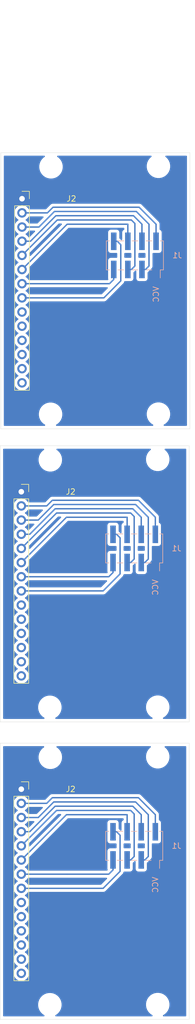
<source format=kicad_pcb>
(kicad_pcb (version 20171130) (host pcbnew 5.1.5-52549c5~84~ubuntu18.04.1)

  (general
    (thickness 1.6)
    (drawings 16)
    (tracks 129)
    (zones 0)
    (modules 18)
    (nets 15)
  )

  (page A4)
  (layers
    (0 F.Cu signal)
    (31 B.Cu signal)
    (32 B.Adhes user)
    (33 F.Adhes user)
    (34 B.Paste user)
    (35 F.Paste user)
    (36 B.SilkS user)
    (37 F.SilkS user)
    (38 B.Mask user)
    (39 F.Mask user)
    (40 Dwgs.User user)
    (41 Cmts.User user)
    (42 Eco1.User user)
    (43 Eco2.User user)
    (44 Edge.Cuts user)
    (45 Margin user)
    (46 B.CrtYd user)
    (47 F.CrtYd user)
    (48 B.Fab user hide)
    (49 F.Fab user hide)
  )

  (setup
    (last_trace_width 0.25)
    (user_trace_width 1)
    (trace_clearance 0.2)
    (zone_clearance 0.508)
    (zone_45_only no)
    (trace_min 0.2)
    (via_size 0.8)
    (via_drill 0.4)
    (via_min_size 0.4)
    (via_min_drill 0.3)
    (uvia_size 0.3)
    (uvia_drill 0.1)
    (uvias_allowed no)
    (uvia_min_size 0.2)
    (uvia_min_drill 0.1)
    (edge_width 0.05)
    (segment_width 0.2)
    (pcb_text_width 0.3)
    (pcb_text_size 1.5 1.5)
    (mod_edge_width 0.12)
    (mod_text_size 1 1)
    (mod_text_width 0.15)
    (pad_size 1.524 1.524)
    (pad_drill 0.762)
    (pad_to_mask_clearance 0.051)
    (solder_mask_min_width 0.25)
    (aux_axis_origin 0 0)
    (visible_elements FFFFFF7F)
    (pcbplotparams
      (layerselection 0x00000_fffffffe)
      (usegerberextensions false)
      (usegerberattributes false)
      (usegerberadvancedattributes false)
      (creategerberjobfile false)
      (excludeedgelayer false)
      (linewidth 0.100000)
      (plotframeref false)
      (viasonmask false)
      (mode 1)
      (useauxorigin false)
      (hpglpennumber 1)
      (hpglpenspeed 20)
      (hpglpendiameter 15.000000)
      (psnegative false)
      (psa4output false)
      (plotreference true)
      (plotvalue true)
      (plotinvisibletext false)
      (padsonsilk false)
      (subtractmaskfromsilk false)
      (outputformat 1)
      (mirror false)
      (drillshape 0)
      (scaleselection 1)
      (outputdirectory "./"))
  )

  (net 0 "")
  (net 1 /Display/TFT_LED)
  (net 2 /Display/TFT_SCK)
  (net 3 /Display/TFT_MOSI)
  (net 4 /Display/TFT_DC)
  (net 5 /Display/TFT_RST)
  (net 6 /Display/TFT_CS)
  (net 7 /Display/TFT_GND)
  (net 8 /Display/TFT_VCC)
  (net 9 "Net-(J2-Pad14)")
  (net 10 "Net-(J2-Pad13)")
  (net 11 "Net-(J2-Pad12)")
  (net 12 "Net-(J2-Pad11)")
  (net 13 "Net-(J2-Pad10)")
  (net 14 "Net-(J2-Pad9)")

  (net_class Default "This is the default net class."
    (clearance 0.2)
    (trace_width 0.25)
    (via_dia 0.8)
    (via_drill 0.4)
    (uvia_dia 0.3)
    (uvia_drill 0.1)
    (add_net /Display/TFT_CS)
    (add_net /Display/TFT_DC)
    (add_net /Display/TFT_GND)
    (add_net /Display/TFT_LED)
    (add_net /Display/TFT_MOSI)
    (add_net /Display/TFT_RST)
    (add_net /Display/TFT_SCK)
    (add_net /Display/TFT_VCC)
    (add_net "Net-(J2-Pad10)")
    (add_net "Net-(J2-Pad11)")
    (add_net "Net-(J2-Pad12)")
    (add_net "Net-(J2-Pad13)")
    (add_net "Net-(J2-Pad14)")
    (add_net "Net-(J2-Pad9)")
  )

  (module MountingHole:MountingHole_3.2mm_M3 (layer F.Cu) (tedit 56D1B4CB) (tstamp 5E827913)
    (at 115.6335 178.9938)
    (descr "Mounting Hole 3.2mm, no annular, M3")
    (tags "mounting hole 3.2mm no annular m3")
    (attr virtual)
    (fp_text reference REF** (at -7.62 -1.27) (layer F.SilkS) hide
      (effects (font (size 1 1) (thickness 0.15)))
    )
    (fp_text value MountingHole_3.2mm_M3 (at 0 4.2) (layer F.Fab)
      (effects (font (size 1 1) (thickness 0.15)))
    )
    (fp_text user %R (at 0.3 0) (layer F.Fab)
      (effects (font (size 1 1) (thickness 0.15)))
    )
    (fp_circle (center 0 0) (end 3.2 0) (layer Cmts.User) (width 0.15))
    (fp_circle (center 0 0) (end 3.45 0) (layer F.CrtYd) (width 0.05))
    (pad 1 np_thru_hole circle (at 0 0) (size 3.2 3.2) (drill 3.2) (layers *.Cu *.Mask))
  )

  (module MountingHole:MountingHole_3.2mm_M3 (layer F.Cu) (tedit 56D1B4CB) (tstamp 5E82790B)
    (at 115.7097 134.6073)
    (descr "Mounting Hole 3.2mm, no annular, M3")
    (tags "mounting hole 3.2mm no annular m3")
    (attr virtual)
    (fp_text reference REF** (at -10.16 1.27) (layer F.SilkS) hide
      (effects (font (size 1 1) (thickness 0.15)))
    )
    (fp_text value MountingHole_3.2mm_M3 (at 3.81 11.43) (layer F.Fab)
      (effects (font (size 1 1) (thickness 0.15)))
    )
    (fp_circle (center 0 0) (end 3.45 0) (layer F.CrtYd) (width 0.05))
    (fp_circle (center 0 0) (end 3.2 0) (layer Cmts.User) (width 0.15))
    (fp_text user %R (at 0.3 0) (layer F.Fab)
      (effects (font (size 1 1) (thickness 0.15)))
    )
    (pad 1 np_thru_hole circle (at 0 0) (size 3.2 3.2) (drill 3.2) (layers *.Cu *.Mask))
  )

  (module Connector_PinHeader_2.54mm:PinHeader_2x04_P2.54mm_Vertical_SMD (layer B.Cu) (tedit 59FED5CC) (tstamp 5E8278BC)
    (at 130.81 150.495 90)
    (descr "surface-mounted straight pin header, 2x04, 2.54mm pitch, double rows")
    (tags "Surface mounted pin header SMD 2x04 2.54mm double row")
    (path /5E7D4116/5E7EA3BE)
    (attr smd)
    (fp_text reference J1 (at 0 7.62 180) (layer B.SilkS)
      (effects (font (size 1 1) (thickness 0.15)) (justify mirror))
    )
    (fp_text value Conn_02x04_Odd_Even (at 0 -6.14 90) (layer B.Fab)
      (effects (font (size 1 1) (thickness 0.15)) (justify mirror))
    )
    (fp_line (start 2.54 -5.08) (end -2.54 -5.08) (layer B.Fab) (width 0.1))
    (fp_line (start -1.59 5.08) (end 2.54 5.08) (layer B.Fab) (width 0.1))
    (fp_line (start -2.54 -5.08) (end -2.54 4.13) (layer B.Fab) (width 0.1))
    (fp_line (start -2.54 4.13) (end -1.59 5.08) (layer B.Fab) (width 0.1))
    (fp_line (start 2.54 5.08) (end 2.54 -5.08) (layer B.Fab) (width 0.1))
    (fp_line (start -2.54 4.13) (end -3.6 4.13) (layer B.Fab) (width 0.1))
    (fp_line (start -3.6 4.13) (end -3.6 3.49) (layer B.Fab) (width 0.1))
    (fp_line (start -3.6 3.49) (end -2.54 3.49) (layer B.Fab) (width 0.1))
    (fp_line (start 2.54 4.13) (end 3.6 4.13) (layer B.Fab) (width 0.1))
    (fp_line (start 3.6 4.13) (end 3.6 3.49) (layer B.Fab) (width 0.1))
    (fp_line (start 3.6 3.49) (end 2.54 3.49) (layer B.Fab) (width 0.1))
    (fp_line (start -2.54 1.59) (end -3.6 1.59) (layer B.Fab) (width 0.1))
    (fp_line (start -3.6 1.59) (end -3.6 0.95) (layer B.Fab) (width 0.1))
    (fp_line (start -3.6 0.95) (end -2.54 0.95) (layer B.Fab) (width 0.1))
    (fp_line (start 2.54 1.59) (end 3.6 1.59) (layer B.Fab) (width 0.1))
    (fp_line (start 3.6 1.59) (end 3.6 0.95) (layer B.Fab) (width 0.1))
    (fp_line (start 3.6 0.95) (end 2.54 0.95) (layer B.Fab) (width 0.1))
    (fp_line (start -2.54 -0.95) (end -3.6 -0.95) (layer B.Fab) (width 0.1))
    (fp_line (start -3.6 -0.95) (end -3.6 -1.59) (layer B.Fab) (width 0.1))
    (fp_line (start -3.6 -1.59) (end -2.54 -1.59) (layer B.Fab) (width 0.1))
    (fp_line (start 2.54 -0.95) (end 3.6 -0.95) (layer B.Fab) (width 0.1))
    (fp_line (start 3.6 -0.95) (end 3.6 -1.59) (layer B.Fab) (width 0.1))
    (fp_line (start 3.6 -1.59) (end 2.54 -1.59) (layer B.Fab) (width 0.1))
    (fp_line (start -2.54 -3.49) (end -3.6 -3.49) (layer B.Fab) (width 0.1))
    (fp_line (start -3.6 -3.49) (end -3.6 -4.13) (layer B.Fab) (width 0.1))
    (fp_line (start -3.6 -4.13) (end -2.54 -4.13) (layer B.Fab) (width 0.1))
    (fp_line (start 2.54 -3.49) (end 3.6 -3.49) (layer B.Fab) (width 0.1))
    (fp_line (start 3.6 -3.49) (end 3.6 -4.13) (layer B.Fab) (width 0.1))
    (fp_line (start 3.6 -4.13) (end 2.54 -4.13) (layer B.Fab) (width 0.1))
    (fp_line (start -2.6 5.14) (end 2.6 5.14) (layer B.SilkS) (width 0.12))
    (fp_line (start -2.6 -5.14) (end 2.6 -5.14) (layer B.SilkS) (width 0.12))
    (fp_line (start -4.04 4.57) (end -2.6 4.57) (layer B.SilkS) (width 0.12))
    (fp_line (start -2.6 5.14) (end -2.6 4.57) (layer B.SilkS) (width 0.12))
    (fp_line (start 2.6 5.14) (end 2.6 4.57) (layer B.SilkS) (width 0.12))
    (fp_line (start -2.6 -4.57) (end -2.6 -5.14) (layer B.SilkS) (width 0.12))
    (fp_line (start 2.6 -4.57) (end 2.6 -5.14) (layer B.SilkS) (width 0.12))
    (fp_line (start -2.6 3.05) (end -2.6 2.03) (layer B.SilkS) (width 0.12))
    (fp_line (start 2.6 3.05) (end 2.6 2.03) (layer B.SilkS) (width 0.12))
    (fp_line (start -2.6 0.51) (end -2.6 -0.51) (layer B.SilkS) (width 0.12))
    (fp_line (start 2.6 0.51) (end 2.6 -0.51) (layer B.SilkS) (width 0.12))
    (fp_line (start -2.6 -2.03) (end -2.6 -3.05) (layer B.SilkS) (width 0.12))
    (fp_line (start 2.6 -2.03) (end 2.6 -3.05) (layer B.SilkS) (width 0.12))
    (fp_line (start -5.9 5.6) (end -5.9 -5.6) (layer B.CrtYd) (width 0.05))
    (fp_line (start -5.9 -5.6) (end 5.9 -5.6) (layer B.CrtYd) (width 0.05))
    (fp_line (start 5.9 -5.6) (end 5.9 5.6) (layer B.CrtYd) (width 0.05))
    (fp_line (start 5.9 5.6) (end -5.9 5.6) (layer B.CrtYd) (width 0.05))
    (fp_text user %R (at 0 0 180) (layer B.Fab)
      (effects (font (size 1 1) (thickness 0.15)) (justify mirror))
    )
    (pad 1 smd rect (at -2.525 3.81 90) (size 3.15 1) (layers B.Cu B.Paste B.Mask))
    (pad 2 smd rect (at 2.525 3.81 90) (size 3.15 1) (layers B.Cu B.Paste B.Mask))
    (pad 3 smd rect (at -2.525 1.27 90) (size 3.15 1) (layers B.Cu B.Paste B.Mask))
    (pad 4 smd rect (at 2.525 1.27 90) (size 3.15 1) (layers B.Cu B.Paste B.Mask))
    (pad 5 smd rect (at -2.525 -1.27 90) (size 3.15 1) (layers B.Cu B.Paste B.Mask))
    (pad 6 smd rect (at 2.525 -1.27 90) (size 3.15 1) (layers B.Cu B.Paste B.Mask))
    (pad 7 smd rect (at -2.525 -3.81 90) (size 3.15 1) (layers B.Cu B.Paste B.Mask))
    (pad 8 smd rect (at 2.525 -3.81 90) (size 3.15 1) (layers B.Cu B.Paste B.Mask))
    (model ${KISYS3DMOD}/Connector_PinHeader_2.54mm.3dshapes/PinHeader_2x04_P2.54mm_Vertical_SMD.wrl
      (at (xyz 0 0 0))
      (scale (xyz 1 1 1))
      (rotate (xyz 0 0 0))
    )
  )

  (module Connector_PinSocket_2.54mm:PinSocket_1x14_P2.54mm_Vertical (layer F.Cu) (tedit 5A19A434) (tstamp 5E82789B)
    (at 110.49 140.335)
    (descr "Through hole straight socket strip, 1x14, 2.54mm pitch, single row (from Kicad 4.0.7), script generated")
    (tags "Through hole socket strip THT 1x14 2.54mm single row")
    (path /5E7D4116/5E7EC226)
    (fp_text reference J2 (at 8.89 0) (layer F.SilkS)
      (effects (font (size 1 1) (thickness 0.15)))
    )
    (fp_text value Conn_01x14 (at 0 35.79) (layer F.Fab)
      (effects (font (size 1 1) (thickness 0.15)))
    )
    (fp_line (start -1.27 -1.27) (end 0.635 -1.27) (layer F.Fab) (width 0.1))
    (fp_line (start 0.635 -1.27) (end 1.27 -0.635) (layer F.Fab) (width 0.1))
    (fp_line (start 1.27 -0.635) (end 1.27 34.29) (layer F.Fab) (width 0.1))
    (fp_line (start 1.27 34.29) (end -1.27 34.29) (layer F.Fab) (width 0.1))
    (fp_line (start -1.27 34.29) (end -1.27 -1.27) (layer F.Fab) (width 0.1))
    (fp_line (start -1.33 1.27) (end 1.33 1.27) (layer F.SilkS) (width 0.12))
    (fp_line (start -1.33 1.27) (end -1.33 34.35) (layer F.SilkS) (width 0.12))
    (fp_line (start -1.33 34.35) (end 1.33 34.35) (layer F.SilkS) (width 0.12))
    (fp_line (start 1.33 1.27) (end 1.33 34.35) (layer F.SilkS) (width 0.12))
    (fp_line (start 1.33 -1.33) (end 1.33 0) (layer F.SilkS) (width 0.12))
    (fp_line (start 0 -1.33) (end 1.33 -1.33) (layer F.SilkS) (width 0.12))
    (fp_line (start -1.8 -1.8) (end 1.75 -1.8) (layer F.CrtYd) (width 0.05))
    (fp_line (start 1.75 -1.8) (end 1.75 34.8) (layer F.CrtYd) (width 0.05))
    (fp_line (start 1.75 34.8) (end -1.8 34.8) (layer F.CrtYd) (width 0.05))
    (fp_line (start -1.8 34.8) (end -1.8 -1.8) (layer F.CrtYd) (width 0.05))
    (fp_text user %R (at 0 16.51 90) (layer F.Fab)
      (effects (font (size 1 1) (thickness 0.15)))
    )
    (pad 1 thru_hole rect (at 0 0) (size 1.7 1.7) (drill 1) (layers *.Cu *.Mask))
    (pad 2 thru_hole oval (at 0 2.54) (size 1.7 1.7) (drill 1) (layers *.Cu *.Mask))
    (pad 3 thru_hole oval (at 0 5.08) (size 1.7 1.7) (drill 1) (layers *.Cu *.Mask))
    (pad 4 thru_hole oval (at 0 7.62) (size 1.7 1.7) (drill 1) (layers *.Cu *.Mask))
    (pad 5 thru_hole oval (at 0 10.16) (size 1.7 1.7) (drill 1) (layers *.Cu *.Mask))
    (pad 6 thru_hole oval (at 0 12.7) (size 1.7 1.7) (drill 1) (layers *.Cu *.Mask))
    (pad 7 thru_hole oval (at 0 15.24) (size 1.7 1.7) (drill 1) (layers *.Cu *.Mask))
    (pad 8 thru_hole oval (at 0 17.78) (size 1.7 1.7) (drill 1) (layers *.Cu *.Mask))
    (pad 9 thru_hole oval (at 0 20.32) (size 1.7 1.7) (drill 1) (layers *.Cu *.Mask))
    (pad 10 thru_hole oval (at 0 22.86) (size 1.7 1.7) (drill 1) (layers *.Cu *.Mask))
    (pad 11 thru_hole oval (at 0 25.4) (size 1.7 1.7) (drill 1) (layers *.Cu *.Mask))
    (pad 12 thru_hole oval (at 0 27.94) (size 1.7 1.7) (drill 1) (layers *.Cu *.Mask))
    (pad 13 thru_hole oval (at 0 30.48) (size 1.7 1.7) (drill 1) (layers *.Cu *.Mask))
    (pad 14 thru_hole oval (at 0 33.02) (size 1.7 1.7) (drill 1) (layers *.Cu *.Mask))
    (model ${KISYS3DMOD}/Connector_PinSocket_2.54mm.3dshapes/PinSocket_1x14_P2.54mm_Vertical.wrl
      (at (xyz 0 0 0))
      (scale (xyz 1 1 1))
      (rotate (xyz 0 0 0))
    )
  )

  (module MountingHole:MountingHole_3.2mm_M3 (layer F.Cu) (tedit 56D1B4CB) (tstamp 5E827894)
    (at 135.0518 134.5184)
    (descr "Mounting Hole 3.2mm, no annular, M3")
    (tags "mounting hole 3.2mm no annular m3")
    (attr virtual)
    (fp_text reference REF** (at -10.795 -5.715) (layer F.SilkS) hide
      (effects (font (size 1 1) (thickness 0.15)))
    )
    (fp_text value MountingHole_3.2mm_M3 (at 3.81 11.43) (layer F.Fab)
      (effects (font (size 1 1) (thickness 0.15)))
    )
    (fp_text user %R (at 0.3 0) (layer F.Fab)
      (effects (font (size 1 1) (thickness 0.15)))
    )
    (fp_circle (center 0 0) (end 3.2 0) (layer Cmts.User) (width 0.15))
    (fp_circle (center 0 0) (end 3.45 0) (layer F.CrtYd) (width 0.05))
    (pad 1 np_thru_hole circle (at 0 0) (size 3.2 3.2) (drill 3.2) (layers *.Cu *.Mask))
  )

  (module MountingHole:MountingHole_3.2mm_M3 (layer F.Cu) (tedit 56D1B4CB) (tstamp 5E82788C)
    (at 135.0518 178.9684)
    (descr "Mounting Hole 3.2mm, no annular, M3")
    (tags "mounting hole 3.2mm no annular m3")
    (attr virtual)
    (fp_text reference REF** (at -7.62 -1.27) (layer F.SilkS) hide
      (effects (font (size 1 1) (thickness 0.15)))
    )
    (fp_text value MountingHole_3.2mm_M3 (at 0 4.2) (layer F.Fab)
      (effects (font (size 1 1) (thickness 0.15)))
    )
    (fp_circle (center 0 0) (end 3.45 0) (layer F.CrtYd) (width 0.05))
    (fp_circle (center 0 0) (end 3.2 0) (layer Cmts.User) (width 0.15))
    (fp_text user %R (at 0.3 0) (layer F.Fab)
      (effects (font (size 1 1) (thickness 0.15)))
    )
    (pad 1 np_thru_hole circle (at 0 0) (size 3.2 3.2) (drill 3.2) (layers *.Cu *.Mask))
  )

  (module MountingHole:MountingHole_3.2mm_M3 (layer F.Cu) (tedit 56D1B4CB) (tstamp 5E827913)
    (at 115.6335 125.6538)
    (descr "Mounting Hole 3.2mm, no annular, M3")
    (tags "mounting hole 3.2mm no annular m3")
    (attr virtual)
    (fp_text reference REF** (at -7.62 -1.27) (layer F.SilkS) hide
      (effects (font (size 1 1) (thickness 0.15)))
    )
    (fp_text value MountingHole_3.2mm_M3 (at 0 4.2) (layer F.Fab)
      (effects (font (size 1 1) (thickness 0.15)))
    )
    (fp_text user %R (at 0.3 0) (layer F.Fab)
      (effects (font (size 1 1) (thickness 0.15)))
    )
    (fp_circle (center 0 0) (end 3.2 0) (layer Cmts.User) (width 0.15))
    (fp_circle (center 0 0) (end 3.45 0) (layer F.CrtYd) (width 0.05))
    (pad 1 np_thru_hole circle (at 0 0) (size 3.2 3.2) (drill 3.2) (layers *.Cu *.Mask))
  )

  (module MountingHole:MountingHole_3.2mm_M3 (layer F.Cu) (tedit 56D1B4CB) (tstamp 5E82790B)
    (at 115.7097 81.2673)
    (descr "Mounting Hole 3.2mm, no annular, M3")
    (tags "mounting hole 3.2mm no annular m3")
    (attr virtual)
    (fp_text reference REF** (at -10.16 1.27) (layer F.SilkS) hide
      (effects (font (size 1 1) (thickness 0.15)))
    )
    (fp_text value MountingHole_3.2mm_M3 (at 3.81 11.43) (layer F.Fab)
      (effects (font (size 1 1) (thickness 0.15)))
    )
    (fp_circle (center 0 0) (end 3.45 0) (layer F.CrtYd) (width 0.05))
    (fp_circle (center 0 0) (end 3.2 0) (layer Cmts.User) (width 0.15))
    (fp_text user %R (at 0.3 0) (layer F.Fab)
      (effects (font (size 1 1) (thickness 0.15)))
    )
    (pad 1 np_thru_hole circle (at 0 0) (size 3.2 3.2) (drill 3.2) (layers *.Cu *.Mask))
  )

  (module Connector_PinHeader_2.54mm:PinHeader_2x04_P2.54mm_Vertical_SMD (layer B.Cu) (tedit 59FED5CC) (tstamp 5E8278BC)
    (at 130.81 97.155 90)
    (descr "surface-mounted straight pin header, 2x04, 2.54mm pitch, double rows")
    (tags "Surface mounted pin header SMD 2x04 2.54mm double row")
    (path /5E7D4116/5E7EA3BE)
    (attr smd)
    (fp_text reference J1 (at 0 7.62 180) (layer B.SilkS)
      (effects (font (size 1 1) (thickness 0.15)) (justify mirror))
    )
    (fp_text value Conn_02x04_Odd_Even (at 0 -6.14 90) (layer B.Fab)
      (effects (font (size 1 1) (thickness 0.15)) (justify mirror))
    )
    (fp_line (start 2.54 -5.08) (end -2.54 -5.08) (layer B.Fab) (width 0.1))
    (fp_line (start -1.59 5.08) (end 2.54 5.08) (layer B.Fab) (width 0.1))
    (fp_line (start -2.54 -5.08) (end -2.54 4.13) (layer B.Fab) (width 0.1))
    (fp_line (start -2.54 4.13) (end -1.59 5.08) (layer B.Fab) (width 0.1))
    (fp_line (start 2.54 5.08) (end 2.54 -5.08) (layer B.Fab) (width 0.1))
    (fp_line (start -2.54 4.13) (end -3.6 4.13) (layer B.Fab) (width 0.1))
    (fp_line (start -3.6 4.13) (end -3.6 3.49) (layer B.Fab) (width 0.1))
    (fp_line (start -3.6 3.49) (end -2.54 3.49) (layer B.Fab) (width 0.1))
    (fp_line (start 2.54 4.13) (end 3.6 4.13) (layer B.Fab) (width 0.1))
    (fp_line (start 3.6 4.13) (end 3.6 3.49) (layer B.Fab) (width 0.1))
    (fp_line (start 3.6 3.49) (end 2.54 3.49) (layer B.Fab) (width 0.1))
    (fp_line (start -2.54 1.59) (end -3.6 1.59) (layer B.Fab) (width 0.1))
    (fp_line (start -3.6 1.59) (end -3.6 0.95) (layer B.Fab) (width 0.1))
    (fp_line (start -3.6 0.95) (end -2.54 0.95) (layer B.Fab) (width 0.1))
    (fp_line (start 2.54 1.59) (end 3.6 1.59) (layer B.Fab) (width 0.1))
    (fp_line (start 3.6 1.59) (end 3.6 0.95) (layer B.Fab) (width 0.1))
    (fp_line (start 3.6 0.95) (end 2.54 0.95) (layer B.Fab) (width 0.1))
    (fp_line (start -2.54 -0.95) (end -3.6 -0.95) (layer B.Fab) (width 0.1))
    (fp_line (start -3.6 -0.95) (end -3.6 -1.59) (layer B.Fab) (width 0.1))
    (fp_line (start -3.6 -1.59) (end -2.54 -1.59) (layer B.Fab) (width 0.1))
    (fp_line (start 2.54 -0.95) (end 3.6 -0.95) (layer B.Fab) (width 0.1))
    (fp_line (start 3.6 -0.95) (end 3.6 -1.59) (layer B.Fab) (width 0.1))
    (fp_line (start 3.6 -1.59) (end 2.54 -1.59) (layer B.Fab) (width 0.1))
    (fp_line (start -2.54 -3.49) (end -3.6 -3.49) (layer B.Fab) (width 0.1))
    (fp_line (start -3.6 -3.49) (end -3.6 -4.13) (layer B.Fab) (width 0.1))
    (fp_line (start -3.6 -4.13) (end -2.54 -4.13) (layer B.Fab) (width 0.1))
    (fp_line (start 2.54 -3.49) (end 3.6 -3.49) (layer B.Fab) (width 0.1))
    (fp_line (start 3.6 -3.49) (end 3.6 -4.13) (layer B.Fab) (width 0.1))
    (fp_line (start 3.6 -4.13) (end 2.54 -4.13) (layer B.Fab) (width 0.1))
    (fp_line (start -2.6 5.14) (end 2.6 5.14) (layer B.SilkS) (width 0.12))
    (fp_line (start -2.6 -5.14) (end 2.6 -5.14) (layer B.SilkS) (width 0.12))
    (fp_line (start -4.04 4.57) (end -2.6 4.57) (layer B.SilkS) (width 0.12))
    (fp_line (start -2.6 5.14) (end -2.6 4.57) (layer B.SilkS) (width 0.12))
    (fp_line (start 2.6 5.14) (end 2.6 4.57) (layer B.SilkS) (width 0.12))
    (fp_line (start -2.6 -4.57) (end -2.6 -5.14) (layer B.SilkS) (width 0.12))
    (fp_line (start 2.6 -4.57) (end 2.6 -5.14) (layer B.SilkS) (width 0.12))
    (fp_line (start -2.6 3.05) (end -2.6 2.03) (layer B.SilkS) (width 0.12))
    (fp_line (start 2.6 3.05) (end 2.6 2.03) (layer B.SilkS) (width 0.12))
    (fp_line (start -2.6 0.51) (end -2.6 -0.51) (layer B.SilkS) (width 0.12))
    (fp_line (start 2.6 0.51) (end 2.6 -0.51) (layer B.SilkS) (width 0.12))
    (fp_line (start -2.6 -2.03) (end -2.6 -3.05) (layer B.SilkS) (width 0.12))
    (fp_line (start 2.6 -2.03) (end 2.6 -3.05) (layer B.SilkS) (width 0.12))
    (fp_line (start -5.9 5.6) (end -5.9 -5.6) (layer B.CrtYd) (width 0.05))
    (fp_line (start -5.9 -5.6) (end 5.9 -5.6) (layer B.CrtYd) (width 0.05))
    (fp_line (start 5.9 -5.6) (end 5.9 5.6) (layer B.CrtYd) (width 0.05))
    (fp_line (start 5.9 5.6) (end -5.9 5.6) (layer B.CrtYd) (width 0.05))
    (fp_text user %R (at 0 0 180) (layer B.Fab)
      (effects (font (size 1 1) (thickness 0.15)) (justify mirror))
    )
    (pad 1 smd rect (at -2.525 3.81 90) (size 3.15 1) (layers B.Cu B.Paste B.Mask))
    (pad 2 smd rect (at 2.525 3.81 90) (size 3.15 1) (layers B.Cu B.Paste B.Mask))
    (pad 3 smd rect (at -2.525 1.27 90) (size 3.15 1) (layers B.Cu B.Paste B.Mask))
    (pad 4 smd rect (at 2.525 1.27 90) (size 3.15 1) (layers B.Cu B.Paste B.Mask))
    (pad 5 smd rect (at -2.525 -1.27 90) (size 3.15 1) (layers B.Cu B.Paste B.Mask))
    (pad 6 smd rect (at 2.525 -1.27 90) (size 3.15 1) (layers B.Cu B.Paste B.Mask))
    (pad 7 smd rect (at -2.525 -3.81 90) (size 3.15 1) (layers B.Cu B.Paste B.Mask))
    (pad 8 smd rect (at 2.525 -3.81 90) (size 3.15 1) (layers B.Cu B.Paste B.Mask))
    (model ${KISYS3DMOD}/Connector_PinHeader_2.54mm.3dshapes/PinHeader_2x04_P2.54mm_Vertical_SMD.wrl
      (at (xyz 0 0 0))
      (scale (xyz 1 1 1))
      (rotate (xyz 0 0 0))
    )
  )

  (module Connector_PinSocket_2.54mm:PinSocket_1x14_P2.54mm_Vertical (layer F.Cu) (tedit 5A19A434) (tstamp 5E82789B)
    (at 110.49 86.995)
    (descr "Through hole straight socket strip, 1x14, 2.54mm pitch, single row (from Kicad 4.0.7), script generated")
    (tags "Through hole socket strip THT 1x14 2.54mm single row")
    (path /5E7D4116/5E7EC226)
    (fp_text reference J2 (at 8.89 0) (layer F.SilkS)
      (effects (font (size 1 1) (thickness 0.15)))
    )
    (fp_text value Conn_01x14 (at 0 35.79) (layer F.Fab)
      (effects (font (size 1 1) (thickness 0.15)))
    )
    (fp_line (start -1.27 -1.27) (end 0.635 -1.27) (layer F.Fab) (width 0.1))
    (fp_line (start 0.635 -1.27) (end 1.27 -0.635) (layer F.Fab) (width 0.1))
    (fp_line (start 1.27 -0.635) (end 1.27 34.29) (layer F.Fab) (width 0.1))
    (fp_line (start 1.27 34.29) (end -1.27 34.29) (layer F.Fab) (width 0.1))
    (fp_line (start -1.27 34.29) (end -1.27 -1.27) (layer F.Fab) (width 0.1))
    (fp_line (start -1.33 1.27) (end 1.33 1.27) (layer F.SilkS) (width 0.12))
    (fp_line (start -1.33 1.27) (end -1.33 34.35) (layer F.SilkS) (width 0.12))
    (fp_line (start -1.33 34.35) (end 1.33 34.35) (layer F.SilkS) (width 0.12))
    (fp_line (start 1.33 1.27) (end 1.33 34.35) (layer F.SilkS) (width 0.12))
    (fp_line (start 1.33 -1.33) (end 1.33 0) (layer F.SilkS) (width 0.12))
    (fp_line (start 0 -1.33) (end 1.33 -1.33) (layer F.SilkS) (width 0.12))
    (fp_line (start -1.8 -1.8) (end 1.75 -1.8) (layer F.CrtYd) (width 0.05))
    (fp_line (start 1.75 -1.8) (end 1.75 34.8) (layer F.CrtYd) (width 0.05))
    (fp_line (start 1.75 34.8) (end -1.8 34.8) (layer F.CrtYd) (width 0.05))
    (fp_line (start -1.8 34.8) (end -1.8 -1.8) (layer F.CrtYd) (width 0.05))
    (fp_text user %R (at 0 16.51 90) (layer F.Fab)
      (effects (font (size 1 1) (thickness 0.15)))
    )
    (pad 1 thru_hole rect (at 0 0) (size 1.7 1.7) (drill 1) (layers *.Cu *.Mask))
    (pad 2 thru_hole oval (at 0 2.54) (size 1.7 1.7) (drill 1) (layers *.Cu *.Mask))
    (pad 3 thru_hole oval (at 0 5.08) (size 1.7 1.7) (drill 1) (layers *.Cu *.Mask))
    (pad 4 thru_hole oval (at 0 7.62) (size 1.7 1.7) (drill 1) (layers *.Cu *.Mask))
    (pad 5 thru_hole oval (at 0 10.16) (size 1.7 1.7) (drill 1) (layers *.Cu *.Mask))
    (pad 6 thru_hole oval (at 0 12.7) (size 1.7 1.7) (drill 1) (layers *.Cu *.Mask))
    (pad 7 thru_hole oval (at 0 15.24) (size 1.7 1.7) (drill 1) (layers *.Cu *.Mask))
    (pad 8 thru_hole oval (at 0 17.78) (size 1.7 1.7) (drill 1) (layers *.Cu *.Mask))
    (pad 9 thru_hole oval (at 0 20.32) (size 1.7 1.7) (drill 1) (layers *.Cu *.Mask))
    (pad 10 thru_hole oval (at 0 22.86) (size 1.7 1.7) (drill 1) (layers *.Cu *.Mask))
    (pad 11 thru_hole oval (at 0 25.4) (size 1.7 1.7) (drill 1) (layers *.Cu *.Mask))
    (pad 12 thru_hole oval (at 0 27.94) (size 1.7 1.7) (drill 1) (layers *.Cu *.Mask))
    (pad 13 thru_hole oval (at 0 30.48) (size 1.7 1.7) (drill 1) (layers *.Cu *.Mask))
    (pad 14 thru_hole oval (at 0 33.02) (size 1.7 1.7) (drill 1) (layers *.Cu *.Mask))
    (model ${KISYS3DMOD}/Connector_PinSocket_2.54mm.3dshapes/PinSocket_1x14_P2.54mm_Vertical.wrl
      (at (xyz 0 0 0))
      (scale (xyz 1 1 1))
      (rotate (xyz 0 0 0))
    )
  )

  (module MountingHole:MountingHole_3.2mm_M3 (layer F.Cu) (tedit 56D1B4CB) (tstamp 5E827894)
    (at 135.0518 81.1784)
    (descr "Mounting Hole 3.2mm, no annular, M3")
    (tags "mounting hole 3.2mm no annular m3")
    (attr virtual)
    (fp_text reference REF** (at -10.795 -5.715) (layer F.SilkS) hide
      (effects (font (size 1 1) (thickness 0.15)))
    )
    (fp_text value MountingHole_3.2mm_M3 (at 3.81 11.43) (layer F.Fab)
      (effects (font (size 1 1) (thickness 0.15)))
    )
    (fp_text user %R (at 0.3 0) (layer F.Fab)
      (effects (font (size 1 1) (thickness 0.15)))
    )
    (fp_circle (center 0 0) (end 3.2 0) (layer Cmts.User) (width 0.15))
    (fp_circle (center 0 0) (end 3.45 0) (layer F.CrtYd) (width 0.05))
    (pad 1 np_thru_hole circle (at 0 0) (size 3.2 3.2) (drill 3.2) (layers *.Cu *.Mask))
  )

  (module MountingHole:MountingHole_3.2mm_M3 (layer F.Cu) (tedit 56D1B4CB) (tstamp 5E82788C)
    (at 135.0518 125.6284)
    (descr "Mounting Hole 3.2mm, no annular, M3")
    (tags "mounting hole 3.2mm no annular m3")
    (attr virtual)
    (fp_text reference REF** (at -7.62 -1.27) (layer F.SilkS) hide
      (effects (font (size 1 1) (thickness 0.15)))
    )
    (fp_text value MountingHole_3.2mm_M3 (at 0 4.2) (layer F.Fab)
      (effects (font (size 1 1) (thickness 0.15)))
    )
    (fp_circle (center 0 0) (end 3.45 0) (layer F.CrtYd) (width 0.05))
    (fp_circle (center 0 0) (end 3.2 0) (layer Cmts.User) (width 0.15))
    (fp_text user %R (at 0.3 0) (layer F.Fab)
      (effects (font (size 1 1) (thickness 0.15)))
    )
    (pad 1 np_thru_hole circle (at 0 0) (size 3.2 3.2) (drill 3.2) (layers *.Cu *.Mask))
  )

  (module MountingHole:MountingHole_3.2mm_M3 (layer F.Cu) (tedit 56D1B4CB) (tstamp 5E7D49E3)
    (at 135.1788 28.6258)
    (descr "Mounting Hole 3.2mm, no annular, M3")
    (tags "mounting hole 3.2mm no annular m3")
    (attr virtual)
    (fp_text reference REF** (at -10.795 -5.715) (layer F.SilkS) hide
      (effects (font (size 1 1) (thickness 0.15)))
    )
    (fp_text value MountingHole_3.2mm_M3 (at 3.81 11.43) (layer F.Fab)
      (effects (font (size 1 1) (thickness 0.15)))
    )
    (fp_circle (center 0 0) (end 3.45 0) (layer F.CrtYd) (width 0.05))
    (fp_circle (center 0 0) (end 3.2 0) (layer Cmts.User) (width 0.15))
    (fp_text user %R (at 0.3 0) (layer F.Fab)
      (effects (font (size 1 1) (thickness 0.15)))
    )
    (pad 1 np_thru_hole circle (at 0 0) (size 3.2 3.2) (drill 3.2) (layers *.Cu *.Mask))
  )

  (module MountingHole:MountingHole_3.2mm_M3 (layer F.Cu) (tedit 56D1B4CB) (tstamp 5E7D49DC)
    (at 135.1788 73.0758)
    (descr "Mounting Hole 3.2mm, no annular, M3")
    (tags "mounting hole 3.2mm no annular m3")
    (attr virtual)
    (fp_text reference REF** (at -7.62 -1.27) (layer F.SilkS) hide
      (effects (font (size 1 1) (thickness 0.15)))
    )
    (fp_text value MountingHole_3.2mm_M3 (at 0 4.2) (layer F.Fab)
      (effects (font (size 1 1) (thickness 0.15)))
    )
    (fp_text user %R (at 0.3 0) (layer F.Fab)
      (effects (font (size 1 1) (thickness 0.15)))
    )
    (fp_circle (center 0 0) (end 3.2 0) (layer Cmts.User) (width 0.15))
    (fp_circle (center 0 0) (end 3.45 0) (layer F.CrtYd) (width 0.05))
    (pad 1 np_thru_hole circle (at 0 0) (size 3.2 3.2) (drill 3.2) (layers *.Cu *.Mask))
  )

  (module MountingHole:MountingHole_3.2mm_M3 (layer F.Cu) (tedit 56D1B4CB) (tstamp 5E82779B)
    (at 115.8367 28.7147)
    (descr "Mounting Hole 3.2mm, no annular, M3")
    (tags "mounting hole 3.2mm no annular m3")
    (attr virtual)
    (fp_text reference REF** (at -10.16 1.27) (layer F.SilkS) hide
      (effects (font (size 1 1) (thickness 0.15)))
    )
    (fp_text value MountingHole_3.2mm_M3 (at 3.81 11.43) (layer F.Fab)
      (effects (font (size 1 1) (thickness 0.15)))
    )
    (fp_text user %R (at 0.3 0) (layer F.Fab)
      (effects (font (size 1 1) (thickness 0.15)))
    )
    (fp_circle (center 0 0) (end 3.2 0) (layer Cmts.User) (width 0.15))
    (fp_circle (center 0 0) (end 3.45 0) (layer F.CrtYd) (width 0.05))
    (pad 1 np_thru_hole circle (at 0 0) (size 3.2 3.2) (drill 3.2) (layers *.Cu *.Mask))
  )

  (module MountingHole:MountingHole_3.2mm_M3 (layer F.Cu) (tedit 56D1B4CB) (tstamp 5E827786)
    (at 115.7605 73.1012)
    (descr "Mounting Hole 3.2mm, no annular, M3")
    (tags "mounting hole 3.2mm no annular m3")
    (attr virtual)
    (fp_text reference REF** (at -7.62 -1.27) (layer F.SilkS) hide
      (effects (font (size 1 1) (thickness 0.15)))
    )
    (fp_text value MountingHole_3.2mm_M3 (at 0 4.2) (layer F.Fab)
      (effects (font (size 1 1) (thickness 0.15)))
    )
    (fp_circle (center 0 0) (end 3.45 0) (layer F.CrtYd) (width 0.05))
    (fp_circle (center 0 0) (end 3.2 0) (layer Cmts.User) (width 0.15))
    (fp_text user %R (at 0.3 0) (layer F.Fab)
      (effects (font (size 1 1) (thickness 0.15)))
    )
    (pad 1 np_thru_hole circle (at 0 0) (size 3.2 3.2) (drill 3.2) (layers *.Cu *.Mask))
  )

  (module Connector_PinSocket_2.54mm:PinSocket_1x14_P2.54mm_Vertical (layer F.Cu) (tedit 5A19A434) (tstamp 5E7CEFBE)
    (at 110.617 34.4424)
    (descr "Through hole straight socket strip, 1x14, 2.54mm pitch, single row (from Kicad 4.0.7), script generated")
    (tags "Through hole socket strip THT 1x14 2.54mm single row")
    (path /5E7D4116/5E7EC226)
    (fp_text reference J2 (at 8.89 0) (layer F.SilkS)
      (effects (font (size 1 1) (thickness 0.15)))
    )
    (fp_text value Conn_01x14 (at 0 35.79) (layer F.Fab)
      (effects (font (size 1 1) (thickness 0.15)))
    )
    (fp_text user %R (at 0 16.51 90) (layer F.Fab)
      (effects (font (size 1 1) (thickness 0.15)))
    )
    (fp_line (start -1.8 34.8) (end -1.8 -1.8) (layer F.CrtYd) (width 0.05))
    (fp_line (start 1.75 34.8) (end -1.8 34.8) (layer F.CrtYd) (width 0.05))
    (fp_line (start 1.75 -1.8) (end 1.75 34.8) (layer F.CrtYd) (width 0.05))
    (fp_line (start -1.8 -1.8) (end 1.75 -1.8) (layer F.CrtYd) (width 0.05))
    (fp_line (start 0 -1.33) (end 1.33 -1.33) (layer F.SilkS) (width 0.12))
    (fp_line (start 1.33 -1.33) (end 1.33 0) (layer F.SilkS) (width 0.12))
    (fp_line (start 1.33 1.27) (end 1.33 34.35) (layer F.SilkS) (width 0.12))
    (fp_line (start -1.33 34.35) (end 1.33 34.35) (layer F.SilkS) (width 0.12))
    (fp_line (start -1.33 1.27) (end -1.33 34.35) (layer F.SilkS) (width 0.12))
    (fp_line (start -1.33 1.27) (end 1.33 1.27) (layer F.SilkS) (width 0.12))
    (fp_line (start -1.27 34.29) (end -1.27 -1.27) (layer F.Fab) (width 0.1))
    (fp_line (start 1.27 34.29) (end -1.27 34.29) (layer F.Fab) (width 0.1))
    (fp_line (start 1.27 -0.635) (end 1.27 34.29) (layer F.Fab) (width 0.1))
    (fp_line (start 0.635 -1.27) (end 1.27 -0.635) (layer F.Fab) (width 0.1))
    (fp_line (start -1.27 -1.27) (end 0.635 -1.27) (layer F.Fab) (width 0.1))
    (pad 14 thru_hole oval (at 0 33.02) (size 1.7 1.7) (drill 1) (layers *.Cu *.Mask)
      (net 9 "Net-(J2-Pad14)"))
    (pad 13 thru_hole oval (at 0 30.48) (size 1.7 1.7) (drill 1) (layers *.Cu *.Mask)
      (net 10 "Net-(J2-Pad13)"))
    (pad 12 thru_hole oval (at 0 27.94) (size 1.7 1.7) (drill 1) (layers *.Cu *.Mask)
      (net 11 "Net-(J2-Pad12)"))
    (pad 11 thru_hole oval (at 0 25.4) (size 1.7 1.7) (drill 1) (layers *.Cu *.Mask)
      (net 12 "Net-(J2-Pad11)"))
    (pad 10 thru_hole oval (at 0 22.86) (size 1.7 1.7) (drill 1) (layers *.Cu *.Mask)
      (net 13 "Net-(J2-Pad10)"))
    (pad 9 thru_hole oval (at 0 20.32) (size 1.7 1.7) (drill 1) (layers *.Cu *.Mask)
      (net 14 "Net-(J2-Pad9)"))
    (pad 8 thru_hole oval (at 0 17.78) (size 1.7 1.7) (drill 1) (layers *.Cu *.Mask)
      (net 1 /Display/TFT_LED))
    (pad 7 thru_hole oval (at 0 15.24) (size 1.7 1.7) (drill 1) (layers *.Cu *.Mask)
      (net 2 /Display/TFT_SCK))
    (pad 6 thru_hole oval (at 0 12.7) (size 1.7 1.7) (drill 1) (layers *.Cu *.Mask)
      (net 3 /Display/TFT_MOSI))
    (pad 5 thru_hole oval (at 0 10.16) (size 1.7 1.7) (drill 1) (layers *.Cu *.Mask)
      (net 4 /Display/TFT_DC))
    (pad 4 thru_hole oval (at 0 7.62) (size 1.7 1.7) (drill 1) (layers *.Cu *.Mask)
      (net 5 /Display/TFT_RST))
    (pad 3 thru_hole oval (at 0 5.08) (size 1.7 1.7) (drill 1) (layers *.Cu *.Mask)
      (net 6 /Display/TFT_CS))
    (pad 2 thru_hole oval (at 0 2.54) (size 1.7 1.7) (drill 1) (layers *.Cu *.Mask)
      (net 7 /Display/TFT_GND))
    (pad 1 thru_hole rect (at 0 0) (size 1.7 1.7) (drill 1) (layers *.Cu *.Mask)
      (net 8 /Display/TFT_VCC))
    (model ${KISYS3DMOD}/Connector_PinSocket_2.54mm.3dshapes/PinSocket_1x14_P2.54mm_Vertical.wrl
      (at (xyz 0 0 0))
      (scale (xyz 1 1 1))
      (rotate (xyz 0 0 0))
    )
  )

  (module Connector_PinHeader_2.54mm:PinHeader_2x04_P2.54mm_Vertical_SMD (layer B.Cu) (tedit 59FED5CC) (tstamp 5E7CEF9C)
    (at 130.937 44.6024 90)
    (descr "surface-mounted straight pin header, 2x04, 2.54mm pitch, double rows")
    (tags "Surface mounted pin header SMD 2x04 2.54mm double row")
    (path /5E7D4116/5E7EA3BE)
    (attr smd)
    (fp_text reference J1 (at 0 7.62 180) (layer B.SilkS)
      (effects (font (size 1 1) (thickness 0.15)) (justify mirror))
    )
    (fp_text value Conn_02x04_Odd_Even (at 0 -6.14 90) (layer B.Fab)
      (effects (font (size 1 1) (thickness 0.15)) (justify mirror))
    )
    (fp_text user %R (at 0 0 180) (layer B.Fab)
      (effects (font (size 1 1) (thickness 0.15)) (justify mirror))
    )
    (fp_line (start 5.9 5.6) (end -5.9 5.6) (layer B.CrtYd) (width 0.05))
    (fp_line (start 5.9 -5.6) (end 5.9 5.6) (layer B.CrtYd) (width 0.05))
    (fp_line (start -5.9 -5.6) (end 5.9 -5.6) (layer B.CrtYd) (width 0.05))
    (fp_line (start -5.9 5.6) (end -5.9 -5.6) (layer B.CrtYd) (width 0.05))
    (fp_line (start 2.6 -2.03) (end 2.6 -3.05) (layer B.SilkS) (width 0.12))
    (fp_line (start -2.6 -2.03) (end -2.6 -3.05) (layer B.SilkS) (width 0.12))
    (fp_line (start 2.6 0.51) (end 2.6 -0.51) (layer B.SilkS) (width 0.12))
    (fp_line (start -2.6 0.51) (end -2.6 -0.51) (layer B.SilkS) (width 0.12))
    (fp_line (start 2.6 3.05) (end 2.6 2.03) (layer B.SilkS) (width 0.12))
    (fp_line (start -2.6 3.05) (end -2.6 2.03) (layer B.SilkS) (width 0.12))
    (fp_line (start 2.6 -4.57) (end 2.6 -5.14) (layer B.SilkS) (width 0.12))
    (fp_line (start -2.6 -4.57) (end -2.6 -5.14) (layer B.SilkS) (width 0.12))
    (fp_line (start 2.6 5.14) (end 2.6 4.57) (layer B.SilkS) (width 0.12))
    (fp_line (start -2.6 5.14) (end -2.6 4.57) (layer B.SilkS) (width 0.12))
    (fp_line (start -4.04 4.57) (end -2.6 4.57) (layer B.SilkS) (width 0.12))
    (fp_line (start -2.6 -5.14) (end 2.6 -5.14) (layer B.SilkS) (width 0.12))
    (fp_line (start -2.6 5.14) (end 2.6 5.14) (layer B.SilkS) (width 0.12))
    (fp_line (start 3.6 -4.13) (end 2.54 -4.13) (layer B.Fab) (width 0.1))
    (fp_line (start 3.6 -3.49) (end 3.6 -4.13) (layer B.Fab) (width 0.1))
    (fp_line (start 2.54 -3.49) (end 3.6 -3.49) (layer B.Fab) (width 0.1))
    (fp_line (start -3.6 -4.13) (end -2.54 -4.13) (layer B.Fab) (width 0.1))
    (fp_line (start -3.6 -3.49) (end -3.6 -4.13) (layer B.Fab) (width 0.1))
    (fp_line (start -2.54 -3.49) (end -3.6 -3.49) (layer B.Fab) (width 0.1))
    (fp_line (start 3.6 -1.59) (end 2.54 -1.59) (layer B.Fab) (width 0.1))
    (fp_line (start 3.6 -0.95) (end 3.6 -1.59) (layer B.Fab) (width 0.1))
    (fp_line (start 2.54 -0.95) (end 3.6 -0.95) (layer B.Fab) (width 0.1))
    (fp_line (start -3.6 -1.59) (end -2.54 -1.59) (layer B.Fab) (width 0.1))
    (fp_line (start -3.6 -0.95) (end -3.6 -1.59) (layer B.Fab) (width 0.1))
    (fp_line (start -2.54 -0.95) (end -3.6 -0.95) (layer B.Fab) (width 0.1))
    (fp_line (start 3.6 0.95) (end 2.54 0.95) (layer B.Fab) (width 0.1))
    (fp_line (start 3.6 1.59) (end 3.6 0.95) (layer B.Fab) (width 0.1))
    (fp_line (start 2.54 1.59) (end 3.6 1.59) (layer B.Fab) (width 0.1))
    (fp_line (start -3.6 0.95) (end -2.54 0.95) (layer B.Fab) (width 0.1))
    (fp_line (start -3.6 1.59) (end -3.6 0.95) (layer B.Fab) (width 0.1))
    (fp_line (start -2.54 1.59) (end -3.6 1.59) (layer B.Fab) (width 0.1))
    (fp_line (start 3.6 3.49) (end 2.54 3.49) (layer B.Fab) (width 0.1))
    (fp_line (start 3.6 4.13) (end 3.6 3.49) (layer B.Fab) (width 0.1))
    (fp_line (start 2.54 4.13) (end 3.6 4.13) (layer B.Fab) (width 0.1))
    (fp_line (start -3.6 3.49) (end -2.54 3.49) (layer B.Fab) (width 0.1))
    (fp_line (start -3.6 4.13) (end -3.6 3.49) (layer B.Fab) (width 0.1))
    (fp_line (start -2.54 4.13) (end -3.6 4.13) (layer B.Fab) (width 0.1))
    (fp_line (start 2.54 5.08) (end 2.54 -5.08) (layer B.Fab) (width 0.1))
    (fp_line (start -2.54 4.13) (end -1.59 5.08) (layer B.Fab) (width 0.1))
    (fp_line (start -2.54 -5.08) (end -2.54 4.13) (layer B.Fab) (width 0.1))
    (fp_line (start -1.59 5.08) (end 2.54 5.08) (layer B.Fab) (width 0.1))
    (fp_line (start 2.54 -5.08) (end -2.54 -5.08) (layer B.Fab) (width 0.1))
    (pad 8 smd rect (at 2.525 -3.81 90) (size 3.15 1) (layers B.Cu B.Paste B.Mask)
      (net 1 /Display/TFT_LED))
    (pad 7 smd rect (at -2.525 -3.81 90) (size 3.15 1) (layers B.Cu B.Paste B.Mask)
      (net 2 /Display/TFT_SCK))
    (pad 6 smd rect (at 2.525 -1.27 90) (size 3.15 1) (layers B.Cu B.Paste B.Mask)
      (net 3 /Display/TFT_MOSI))
    (pad 5 smd rect (at -2.525 -1.27 90) (size 3.15 1) (layers B.Cu B.Paste B.Mask)
      (net 4 /Display/TFT_DC))
    (pad 4 smd rect (at 2.525 1.27 90) (size 3.15 1) (layers B.Cu B.Paste B.Mask)
      (net 5 /Display/TFT_RST))
    (pad 3 smd rect (at -2.525 1.27 90) (size 3.15 1) (layers B.Cu B.Paste B.Mask)
      (net 6 /Display/TFT_CS))
    (pad 2 smd rect (at 2.525 3.81 90) (size 3.15 1) (layers B.Cu B.Paste B.Mask)
      (net 7 /Display/TFT_GND))
    (pad 1 smd rect (at -2.525 3.81 90) (size 3.15 1) (layers B.Cu B.Paste B.Mask)
      (net 8 /Display/TFT_VCC))
    (model ${KISYS3DMOD}/Connector_PinHeader_2.54mm.3dshapes/PinHeader_2x04_P2.54mm_Vertical_SMD.wrl
      (at (xyz 0 0 0))
      (scale (xyz 1 1 1))
      (rotate (xyz 0 0 0))
    )
  )

  (gr_line (start 140.716 132.08) (end 106.68 132.08) (layer Edge.Cuts) (width 0.05) (tstamp 5E827920))
  (gr_text VCC (at 134.62 157.48 90) (layer B.SilkS) (tstamp 5E82791D)
    (effects (font (size 1 1) (thickness 0.15)) (justify mirror))
  )
  (gr_line (start 106.68 181.61) (end 140.716 181.61) (layer Edge.Cuts) (width 0.05) (tstamp 5E827900))
  (gr_line (start 106.68 132.08) (end 106.68 181.61) (layer Edge.Cuts) (width 0.05) (tstamp 5E8278FE))
  (gr_line (start 140.716 181.61) (end 140.716 132.08) (layer Edge.Cuts) (width 0.05) (tstamp 5E82787B))
  (gr_line (start 140.716 78.74) (end 106.68 78.74) (layer Edge.Cuts) (width 0.05) (tstamp 5E827920))
  (gr_text VCC (at 134.62 104.14 90) (layer B.SilkS) (tstamp 5E82791D)
    (effects (font (size 1 1) (thickness 0.15)) (justify mirror))
  )
  (gr_line (start 106.68 128.27) (end 140.716 128.27) (layer Edge.Cuts) (width 0.05) (tstamp 5E827900))
  (gr_line (start 106.68 78.74) (end 106.68 128.27) (layer Edge.Cuts) (width 0.05) (tstamp 5E8278FE))
  (gr_line (start 140.716 128.27) (end 140.716 78.74) (layer Edge.Cuts) (width 0.05) (tstamp 5E82787B))
  (gr_text "Print Layers:\n- B.Cu\n- Dwgs.User\n\nPrint options:\n\n\"Exclude print edges\" = True\n\"Mirrored\" = False" (at 107.3785 8.6614) (layer Cmts.User)
    (effects (font (size 1.5 1.5) (thickness 0.3)) (justify left))
  )
  (gr_text VCC (at 134.747 51.5874 90) (layer B.SilkS)
    (effects (font (size 1 1) (thickness 0.15)) (justify mirror))
  )
  (gr_line (start 140.843 26.1874) (end 106.807 26.1874) (layer Edge.Cuts) (width 0.05) (tstamp 5E7CE65D))
  (gr_line (start 140.843 75.7174) (end 140.843 26.1874) (layer Edge.Cuts) (width 0.05))
  (gr_line (start 106.807 75.7174) (end 140.843 75.7174) (layer Edge.Cuts) (width 0.05))
  (gr_line (start 106.807 26.1874) (end 106.807 75.7174) (layer Edge.Cuts) (width 0.05))

  (segment (start 127.65 94.63) (end 128.27 95.25) (width 0.25) (layer B.Cu) (net 0) (tstamp 5E82787E))
  (segment (start 128.27 101.727) (end 125.222 104.775) (width 0.25) (layer B.Cu) (net 0) (tstamp 5E827881))
  (segment (start 125.222 104.775) (end 110.49 104.775) (width 0.25) (layer B.Cu) (net 0) (tstamp 5E827888))
  (segment (start 128.27 95.25) (end 128.27 101.727) (width 0.25) (layer B.Cu) (net 0) (tstamp 5E827889))
  (segment (start 127 94.63) (end 127.65 94.63) (width 0.25) (layer B.Cu) (net 0) (tstamp 5E827904))
  (segment (start 127 99.68) (end 127 101.473) (width 0.25) (layer B.Cu) (net 0) (tstamp 5E827879))
  (segment (start 126.238 102.235) (end 118.745 102.235) (width 0.25) (layer B.Cu) (net 0) (tstamp 5E82788A))
  (segment (start 127 101.473) (end 126.238 102.235) (width 0.25) (layer B.Cu) (net 0) (tstamp 5E8278F7))
  (segment (start 118.745 102.235) (end 110.49 102.235) (width 0.25) (layer B.Cu) (net 0) (tstamp 5E827909))
  (segment (start 118.618 91.567) (end 110.49 99.695) (width 0.25) (layer B.Cu) (net 0) (tstamp 5E82787C))
  (segment (start 129.54 94.63) (end 129.54 91.567) (width 0.25) (layer B.Cu) (net 0) (tstamp 5E827902))
  (segment (start 129.54 91.567) (end 118.618 91.567) (width 0.25) (layer B.Cu) (net 0) (tstamp 5E827912))
  (segment (start 116.84 90.805) (end 110.49 97.155) (width 0.25) (layer B.Cu) (net 0) (tstamp 5E82787D))
  (segment (start 129.54 99.68) (end 130.19 99.68) (width 0.25) (layer B.Cu) (net 0) (tstamp 5E827884))
  (segment (start 130.81 91.44) (end 130.175 90.805) (width 0.25) (layer B.Cu) (net 0) (tstamp 5E82788B))
  (segment (start 130.19 99.68) (end 130.81 99.06) (width 0.25) (layer B.Cu) (net 0) (tstamp 5E827893))
  (segment (start 130.81 99.06) (end 130.81 91.44) (width 0.25) (layer B.Cu) (net 0) (tstamp 5E82791E))
  (segment (start 130.175 90.805) (end 116.84 90.805) (width 0.25) (layer B.Cu) (net 0) (tstamp 5E82791F))
  (segment (start 132.08 91.567) (end 130.556 90.043) (width 0.25) (layer B.Cu) (net 0) (tstamp 5E827882))
  (segment (start 112.014 94.615) (end 110.49 94.615) (width 0.25) (layer B.Cu) (net 0) (tstamp 5E827901))
  (segment (start 132.08 94.63) (end 132.08 91.567) (width 0.25) (layer B.Cu) (net 0) (tstamp 5E827905))
  (segment (start 130.556 90.043) (end 116.586 90.043) (width 0.25) (layer B.Cu) (net 0) (tstamp 5E827908))
  (segment (start 116.586 90.043) (end 112.014 94.615) (width 0.25) (layer B.Cu) (net 0) (tstamp 5E82790A))
  (segment (start 116.332 89.281) (end 113.538 92.075) (width 0.25) (layer B.Cu) (net 0) (tstamp 5E8278F6))
  (segment (start 133.35 99.06) (end 133.35 91.567) (width 0.25) (layer B.Cu) (net 0) (tstamp 5E8278F9))
  (segment (start 133.35 91.567) (end 131.064 89.281) (width 0.25) (layer B.Cu) (net 0) (tstamp 5E8278FB))
  (segment (start 131.064 89.281) (end 116.332 89.281) (width 0.25) (layer B.Cu) (net 0) (tstamp 5E8278FD))
  (segment (start 113.538 92.075) (end 110.49 92.075) (width 0.25) (layer B.Cu) (net 0) (tstamp 5E8278FF))
  (segment (start 132.73 99.68) (end 133.35 99.06) (width 0.25) (layer B.Cu) (net 0) (tstamp 5E827906))
  (segment (start 132.08 99.68) (end 132.73 99.68) (width 0.25) (layer B.Cu) (net 0) (tstamp 5E82791B))
  (segment (start 116.078 88.519) (end 115.062 89.535) (width 0.25) (layer B.Cu) (net 0) (tstamp 5E82787A))
  (segment (start 134.62 91.567) (end 131.572 88.519) (width 0.25) (layer B.Cu) (net 0) (tstamp 5E82787F))
  (segment (start 134.62 94.63) (end 134.62 91.567) (width 0.25) (layer B.Cu) (net 0) (tstamp 5E827885))
  (segment (start 131.572 88.519) (end 116.078 88.519) (width 0.25) (layer B.Cu) (net 0) (tstamp 5E827886))
  (segment (start 112.776 89.535) (end 110.49 89.535) (width 0.25) (layer B.Cu) (net 0) (tstamp 5E82791C))
  (segment (start 115.062 89.535) (end 112.776 89.535) (width 0.25) (layer B.Cu) (net 0) (tstamp 5E827921))
  (segment (start 135.89 99.6725) (end 135.8975 99.68) (width 0.25) (layer B.Cu) (net 0) (tstamp 5E827880))
  (segment (start 112.395 86.995) (end 113.665 85.725) (width 0.25) (layer B.Cu) (net 0) (tstamp 5E827883))
  (segment (start 135.8975 99.68) (end 134.62 99.68) (width 0.25) (layer B.Cu) (net 0) (tstamp 5E827887))
  (segment (start 110.49 86.995) (end 112.395 86.995) (width 0.25) (layer B.Cu) (net 0) (tstamp 5E8278F8))
  (segment (start 113.665 85.725) (end 135.255 85.725) (width 0.25) (layer B.Cu) (net 0) (tstamp 5E8278FC))
  (segment (start 135.255 85.725) (end 135.89 86.36) (width 0.25) (layer B.Cu) (net 0) (tstamp 5E827903))
  (segment (start 135.89 86.36) (end 135.89 99.6725) (width 0.25) (layer B.Cu) (net 0) (tstamp 5E82791A))
  (segment (start 127.65 147.97) (end 128.27 148.59) (width 0.25) (layer B.Cu) (net 0) (tstamp 5E82787E))
  (segment (start 128.27 155.067) (end 125.222 158.115) (width 0.25) (layer B.Cu) (net 0) (tstamp 5E827881))
  (segment (start 125.222 158.115) (end 110.49 158.115) (width 0.25) (layer B.Cu) (net 0) (tstamp 5E827888))
  (segment (start 128.27 148.59) (end 128.27 155.067) (width 0.25) (layer B.Cu) (net 0) (tstamp 5E827889))
  (segment (start 127 147.97) (end 127.65 147.97) (width 0.25) (layer B.Cu) (net 0) (tstamp 5E827904))
  (segment (start 127 153.02) (end 127 154.813) (width 0.25) (layer B.Cu) (net 0) (tstamp 5E827879))
  (segment (start 126.238 155.575) (end 118.745 155.575) (width 0.25) (layer B.Cu) (net 0) (tstamp 5E82788A))
  (segment (start 127 154.813) (end 126.238 155.575) (width 0.25) (layer B.Cu) (net 0) (tstamp 5E8278F7))
  (segment (start 118.745 155.575) (end 110.49 155.575) (width 0.25) (layer B.Cu) (net 0) (tstamp 5E827909))
  (segment (start 118.618 144.907) (end 110.49 153.035) (width 0.25) (layer B.Cu) (net 0) (tstamp 5E82787C))
  (segment (start 129.54 147.97) (end 129.54 144.907) (width 0.25) (layer B.Cu) (net 0) (tstamp 5E827902))
  (segment (start 129.54 144.907) (end 118.618 144.907) (width 0.25) (layer B.Cu) (net 0) (tstamp 5E827912))
  (segment (start 116.84 144.145) (end 110.49 150.495) (width 0.25) (layer B.Cu) (net 0) (tstamp 5E82787D))
  (segment (start 129.54 153.02) (end 130.19 153.02) (width 0.25) (layer B.Cu) (net 0) (tstamp 5E827884))
  (segment (start 130.81 144.78) (end 130.175 144.145) (width 0.25) (layer B.Cu) (net 0) (tstamp 5E82788B))
  (segment (start 130.19 153.02) (end 130.81 152.4) (width 0.25) (layer B.Cu) (net 0) (tstamp 5E827893))
  (segment (start 130.81 152.4) (end 130.81 144.78) (width 0.25) (layer B.Cu) (net 0) (tstamp 5E82791E))
  (segment (start 130.175 144.145) (end 116.84 144.145) (width 0.25) (layer B.Cu) (net 0) (tstamp 5E82791F))
  (segment (start 132.08 144.907) (end 130.556 143.383) (width 0.25) (layer B.Cu) (net 0) (tstamp 5E827882))
  (segment (start 112.014 147.955) (end 110.49 147.955) (width 0.25) (layer B.Cu) (net 0) (tstamp 5E827901))
  (segment (start 132.08 147.97) (end 132.08 144.907) (width 0.25) (layer B.Cu) (net 0) (tstamp 5E827905))
  (segment (start 130.556 143.383) (end 116.586 143.383) (width 0.25) (layer B.Cu) (net 0) (tstamp 5E827908))
  (segment (start 116.586 143.383) (end 112.014 147.955) (width 0.25) (layer B.Cu) (net 0) (tstamp 5E82790A))
  (segment (start 116.332 142.621) (end 113.538 145.415) (width 0.25) (layer B.Cu) (net 0) (tstamp 5E8278F6))
  (segment (start 133.35 152.4) (end 133.35 144.907) (width 0.25) (layer B.Cu) (net 0) (tstamp 5E8278F9))
  (segment (start 133.35 144.907) (end 131.064 142.621) (width 0.25) (layer B.Cu) (net 0) (tstamp 5E8278FB))
  (segment (start 131.064 142.621) (end 116.332 142.621) (width 0.25) (layer B.Cu) (net 0) (tstamp 5E8278FD))
  (segment (start 113.538 145.415) (end 110.49 145.415) (width 0.25) (layer B.Cu) (net 0) (tstamp 5E8278FF))
  (segment (start 132.73 153.02) (end 133.35 152.4) (width 0.25) (layer B.Cu) (net 0) (tstamp 5E827906))
  (segment (start 132.08 153.02) (end 132.73 153.02) (width 0.25) (layer B.Cu) (net 0) (tstamp 5E82791B))
  (segment (start 116.078 141.859) (end 115.062 142.875) (width 0.25) (layer B.Cu) (net 0) (tstamp 5E82787A))
  (segment (start 134.62 144.907) (end 131.572 141.859) (width 0.25) (layer B.Cu) (net 0) (tstamp 5E82787F))
  (segment (start 134.62 147.97) (end 134.62 144.907) (width 0.25) (layer B.Cu) (net 0) (tstamp 5E827885))
  (segment (start 131.572 141.859) (end 116.078 141.859) (width 0.25) (layer B.Cu) (net 0) (tstamp 5E827886))
  (segment (start 112.776 142.875) (end 110.49 142.875) (width 0.25) (layer B.Cu) (net 0) (tstamp 5E82791C))
  (segment (start 115.062 142.875) (end 112.776 142.875) (width 0.25) (layer B.Cu) (net 0) (tstamp 5E827921))
  (segment (start 135.89 153.0125) (end 135.8975 153.02) (width 0.25) (layer B.Cu) (net 0) (tstamp 5E827880))
  (segment (start 112.395 140.335) (end 113.665 139.065) (width 0.25) (layer B.Cu) (net 0) (tstamp 5E827883))
  (segment (start 135.8975 153.02) (end 134.62 153.02) (width 0.25) (layer B.Cu) (net 0) (tstamp 5E827887))
  (segment (start 110.49 140.335) (end 112.395 140.335) (width 0.25) (layer B.Cu) (net 0) (tstamp 5E8278F8))
  (segment (start 113.665 139.065) (end 135.255 139.065) (width 0.25) (layer B.Cu) (net 0) (tstamp 5E8278FC))
  (segment (start 135.255 139.065) (end 135.89 139.7) (width 0.25) (layer B.Cu) (net 0) (tstamp 5E827903))
  (segment (start 135.89 139.7) (end 135.89 153.0125) (width 0.25) (layer B.Cu) (net 0) (tstamp 5E82791A))
  (segment (start 127.777 42.0774) (end 128.397 42.6974) (width 0.25) (layer B.Cu) (net 1))
  (segment (start 127.127 42.0774) (end 127.777 42.0774) (width 0.25) (layer B.Cu) (net 1))
  (segment (start 128.397 42.6974) (end 128.397 49.1744) (width 0.25) (layer B.Cu) (net 1))
  (segment (start 128.397 49.1744) (end 125.349 52.2224) (width 0.25) (layer B.Cu) (net 1))
  (segment (start 125.349 52.2224) (end 110.617 52.2224) (width 0.25) (layer B.Cu) (net 1))
  (segment (start 127.127 48.9204) (end 126.365 49.6824) (width 0.25) (layer B.Cu) (net 2))
  (segment (start 127.127 47.1274) (end 127.127 48.9204) (width 0.25) (layer B.Cu) (net 2))
  (segment (start 126.365 49.6824) (end 118.872 49.6824) (width 0.25) (layer B.Cu) (net 2))
  (segment (start 118.872 49.6824) (end 110.617 49.6824) (width 0.25) (layer B.Cu) (net 2))
  (segment (start 129.667 39.0144) (end 118.745 39.0144) (width 0.25) (layer B.Cu) (net 3))
  (segment (start 129.667 42.0774) (end 129.667 39.0144) (width 0.25) (layer B.Cu) (net 3))
  (segment (start 118.745 39.0144) (end 110.617 47.1424) (width 0.25) (layer B.Cu) (net 3))
  (segment (start 130.317 47.1274) (end 130.937 46.5074) (width 0.25) (layer B.Cu) (net 4))
  (segment (start 130.937 46.5074) (end 130.937 38.8874) (width 0.25) (layer B.Cu) (net 4))
  (segment (start 129.667 47.1274) (end 130.317 47.1274) (width 0.25) (layer B.Cu) (net 4))
  (segment (start 116.967 38.2524) (end 110.617 44.6024) (width 0.25) (layer B.Cu) (net 4))
  (segment (start 130.937 38.8874) (end 130.302 38.2524) (width 0.25) (layer B.Cu) (net 4))
  (segment (start 130.302 38.2524) (end 116.967 38.2524) (width 0.25) (layer B.Cu) (net 4))
  (segment (start 132.207 39.0144) (end 130.683 37.4904) (width 0.25) (layer B.Cu) (net 5))
  (segment (start 130.683 37.4904) (end 116.713 37.4904) (width 0.25) (layer B.Cu) (net 5))
  (segment (start 132.207 42.0774) (end 132.207 39.0144) (width 0.25) (layer B.Cu) (net 5))
  (segment (start 116.713 37.4904) (end 112.141 42.0624) (width 0.25) (layer B.Cu) (net 5))
  (segment (start 112.141 42.0624) (end 110.617 42.0624) (width 0.25) (layer B.Cu) (net 5))
  (segment (start 133.477 39.0144) (end 131.191 36.7284) (width 0.25) (layer B.Cu) (net 6))
  (segment (start 116.459 36.7284) (end 113.665 39.5224) (width 0.25) (layer B.Cu) (net 6))
  (segment (start 113.665 39.5224) (end 110.617 39.5224) (width 0.25) (layer B.Cu) (net 6))
  (segment (start 131.191 36.7284) (end 116.459 36.7284) (width 0.25) (layer B.Cu) (net 6))
  (segment (start 133.477 46.5074) (end 133.477 39.0144) (width 0.25) (layer B.Cu) (net 6))
  (segment (start 132.207 47.1274) (end 132.857 47.1274) (width 0.25) (layer B.Cu) (net 6))
  (segment (start 132.857 47.1274) (end 133.477 46.5074) (width 0.25) (layer B.Cu) (net 6))
  (segment (start 134.747 39.0144) (end 131.699 35.9664) (width 0.25) (layer B.Cu) (net 7))
  (segment (start 134.747 42.0774) (end 134.747 39.0144) (width 0.25) (layer B.Cu) (net 7))
  (segment (start 115.189 36.9824) (end 112.903 36.9824) (width 0.25) (layer B.Cu) (net 7))
  (segment (start 112.903 36.9824) (end 110.617 36.9824) (width 0.25) (layer B.Cu) (net 7))
  (segment (start 131.699 35.9664) (end 116.205 35.9664) (width 0.25) (layer B.Cu) (net 7))
  (segment (start 116.205 35.9664) (end 115.189 36.9824) (width 0.25) (layer B.Cu) (net 7))
  (segment (start 136.017 33.8074) (end 136.017 47.1199) (width 0.25) (layer B.Cu) (net 8))
  (segment (start 135.382 33.1724) (end 136.017 33.8074) (width 0.25) (layer B.Cu) (net 8))
  (segment (start 113.792 33.1724) (end 135.382 33.1724) (width 0.25) (layer B.Cu) (net 8))
  (segment (start 136.017 47.1199) (end 136.0245 47.1274) (width 0.25) (layer B.Cu) (net 8))
  (segment (start 110.617 34.4424) (end 112.522 34.4424) (width 0.25) (layer B.Cu) (net 8))
  (segment (start 112.522 34.4424) (end 113.792 33.1724) (width 0.25) (layer B.Cu) (net 8))
  (segment (start 136.0245 47.1274) (end 134.747 47.1274) (width 0.25) (layer B.Cu) (net 8))

  (zone (net 0) (net_name "") (layer B.Cu) (tstamp 0) (hatch edge 0.508)
    (connect_pads yes (clearance 0.508))
    (min_thickness 0.254)
    (fill yes (arc_segments 32) (thermal_gap 0.508) (thermal_bridge_width 0.508))
    (polygon
      (pts
        (xy 133.477 46.2534) (xy 130.175 46.3804) (xy 124.841 51.7144) (xy 110.617 51.7144) (xy 110.617 45.2374)
        (xy 110.617 36.9824) (xy 133.477 36.8554)
      )
    )
    (filled_polygon
      (pts
        (xy 124.913394 51.4624) (xy 111.895178 51.4624) (xy 111.770475 51.275768) (xy 111.563632 51.068925) (xy 111.38924 50.9524)
        (xy 111.563632 50.835875) (xy 111.770475 50.629032) (xy 111.895178 50.4424) (xy 125.933394 50.4424)
      )
    )
    (filled_polygon
      (pts
        (xy 128.907001 39.921354) (xy 128.812506 39.971863) (xy 128.715815 40.051215) (xy 128.636463 40.147906) (xy 128.577498 40.25822)
        (xy 128.541188 40.377918) (xy 128.528928 40.5024) (xy 128.528928 41.754526) (xy 128.340803 41.566402) (xy 128.317001 41.537399)
        (xy 128.265072 41.494782) (xy 128.265072 40.5024) (xy 128.252812 40.377918) (xy 128.216502 40.25822) (xy 128.157537 40.147906)
        (xy 128.078185 40.051215) (xy 127.981494 39.971863) (xy 127.87118 39.912898) (xy 127.751482 39.876588) (xy 127.627 39.864328)
        (xy 126.627 39.864328) (xy 126.502518 39.876588) (xy 126.38282 39.912898) (xy 126.272506 39.971863) (xy 126.175815 40.051215)
        (xy 126.096463 40.147906) (xy 126.037498 40.25822) (xy 126.001188 40.377918) (xy 125.988928 40.5024) (xy 125.988928 43.6524)
        (xy 126.001188 43.776882) (xy 126.037498 43.89658) (xy 126.096463 44.006894) (xy 126.175815 44.103585) (xy 126.272506 44.182937)
        (xy 126.38282 44.241902) (xy 126.502518 44.278212) (xy 126.627 44.290472) (xy 127.627 44.290472) (xy 127.637 44.289487)
        (xy 127.637 44.915313) (xy 127.627 44.914328) (xy 126.627 44.914328) (xy 126.502518 44.926588) (xy 126.38282 44.962898)
        (xy 126.272506 45.021863) (xy 126.175815 45.101215) (xy 126.096463 45.197906) (xy 126.037498 45.30822) (xy 126.001188 45.427918)
        (xy 125.988928 45.5524) (xy 125.988928 48.7024) (xy 126.001188 48.826882) (xy 126.030163 48.9224) (xy 111.895178 48.9224)
        (xy 111.770475 48.735768) (xy 111.563632 48.528925) (xy 111.38924 48.4124) (xy 111.563632 48.295875) (xy 111.770475 48.089032)
        (xy 111.93299 47.845811) (xy 112.044932 47.575558) (xy 112.102 47.28866) (xy 112.102 46.99614) (xy 112.058209 46.775992)
        (xy 119.059802 39.7744) (xy 128.907001 39.7744)
      )
    )
    (filled_polygon
      (pts
        (xy 132.717 44.915313) (xy 132.707 44.914328) (xy 131.707 44.914328) (xy 131.697 44.915313) (xy 131.697 44.289487)
        (xy 131.707 44.290472) (xy 132.707 44.290472) (xy 132.717 44.289487)
      )
    )
    (filled_polygon
      (pts
        (xy 130.177 44.915313) (xy 130.167 44.914328) (xy 129.167 44.914328) (xy 129.157 44.915313) (xy 129.157 44.289487)
        (xy 129.167 44.290472) (xy 130.167 44.290472) (xy 130.177 44.289487)
      )
    )
    (filled_polygon
      (pts
        (xy 112.102 44.582599) (xy 112.102 44.45614) (xy 112.058209 44.235992) (xy 117.281802 39.0124) (xy 117.672198 39.0124)
      )
    )
    (filled_polygon
      (pts
        (xy 111.867549 41.26105) (xy 111.770475 41.115768) (xy 111.563632 40.908925) (xy 111.38924 40.7924) (xy 111.563632 40.675875)
        (xy 111.770475 40.469032) (xy 111.895178 40.2824) (xy 112.846198 40.2824)
      )
    )
    (filled_polygon
      (pts
        (xy 113.350199 38.7624) (xy 111.895178 38.7624) (xy 111.770475 38.575768) (xy 111.563632 38.368925) (xy 111.38924 38.2524)
        (xy 111.563632 38.135875) (xy 111.770475 37.929032) (xy 111.895178 37.7424) (xy 114.370199 37.7424)
      )
    )
  )
  (zone (net 8) (net_name /Display/TFT_VCC) (layer B.Cu) (tstamp 5E8277AC) (hatch edge 0.508)
    (connect_pads yes (clearance 0.508))
    (min_thickness 0.254)
    (fill yes (arc_segments 32) (thermal_gap 0.508) (thermal_bridge_width 0.508))
    (polygon
      (pts
        (xy 140.843 75.7174) (xy 106.807 75.7174) (xy 106.807 26.1874) (xy 140.843 26.1874)
      )
    )
    (filled_polygon
      (pts
        (xy 114.411971 26.978662) (xy 114.100662 27.289971) (xy 113.856069 27.656031) (xy 113.68759 28.062775) (xy 113.6017 28.494572)
        (xy 113.6017 28.934828) (xy 113.68759 29.366625) (xy 113.856069 29.773369) (xy 114.100662 30.139429) (xy 114.411971 30.450738)
        (xy 114.778031 30.695331) (xy 115.184775 30.86381) (xy 115.616572 30.9497) (xy 116.056828 30.9497) (xy 116.488625 30.86381)
        (xy 116.895369 30.695331) (xy 117.261429 30.450738) (xy 117.572738 30.139429) (xy 117.817331 29.773369) (xy 117.98581 29.366625)
        (xy 118.0717 28.934828) (xy 118.0717 28.494572) (xy 117.98581 28.062775) (xy 117.817331 27.656031) (xy 117.572738 27.289971)
        (xy 117.261429 26.978662) (xy 117.064981 26.8474) (xy 133.81747 26.8474) (xy 133.754071 26.889762) (xy 133.442762 27.201071)
        (xy 133.198169 27.567131) (xy 133.02969 27.973875) (xy 132.9438 28.405672) (xy 132.9438 28.845928) (xy 133.02969 29.277725)
        (xy 133.198169 29.684469) (xy 133.442762 30.050529) (xy 133.754071 30.361838) (xy 134.120131 30.606431) (xy 134.526875 30.77491)
        (xy 134.958672 30.8608) (xy 135.398928 30.8608) (xy 135.830725 30.77491) (xy 136.237469 30.606431) (xy 136.603529 30.361838)
        (xy 136.914838 30.050529) (xy 137.159431 29.684469) (xy 137.32791 29.277725) (xy 137.4138 28.845928) (xy 137.4138 28.405672)
        (xy 137.32791 27.973875) (xy 137.159431 27.567131) (xy 136.914838 27.201071) (xy 136.603529 26.889762) (xy 136.54013 26.8474)
        (xy 140.183001 26.8474) (xy 140.183 75.0574) (xy 136.23513 75.0574) (xy 136.237469 75.056431) (xy 136.603529 74.811838)
        (xy 136.914838 74.500529) (xy 137.159431 74.134469) (xy 137.32791 73.727725) (xy 137.4138 73.295928) (xy 137.4138 72.855672)
        (xy 137.32791 72.423875) (xy 137.159431 72.017131) (xy 136.914838 71.651071) (xy 136.603529 71.339762) (xy 136.237469 71.095169)
        (xy 135.830725 70.92669) (xy 135.398928 70.8408) (xy 134.958672 70.8408) (xy 134.526875 70.92669) (xy 134.120131 71.095169)
        (xy 133.754071 71.339762) (xy 133.442762 71.651071) (xy 133.198169 72.017131) (xy 133.02969 72.423875) (xy 132.9438 72.855672)
        (xy 132.9438 73.295928) (xy 133.02969 73.727725) (xy 133.198169 74.134469) (xy 133.442762 74.500529) (xy 133.754071 74.811838)
        (xy 134.120131 75.056431) (xy 134.12247 75.0574) (xy 116.855733 75.0574) (xy 117.185229 74.837238) (xy 117.496538 74.525929)
        (xy 117.741131 74.159869) (xy 117.90961 73.753125) (xy 117.9955 73.321328) (xy 117.9955 72.881072) (xy 117.90961 72.449275)
        (xy 117.741131 72.042531) (xy 117.496538 71.676471) (xy 117.185229 71.365162) (xy 116.819169 71.120569) (xy 116.412425 70.95209)
        (xy 115.980628 70.8662) (xy 115.540372 70.8662) (xy 115.108575 70.95209) (xy 114.701831 71.120569) (xy 114.335771 71.365162)
        (xy 114.024462 71.676471) (xy 113.779869 72.042531) (xy 113.61139 72.449275) (xy 113.5255 72.881072) (xy 113.5255 73.321328)
        (xy 113.61139 73.753125) (xy 113.779869 74.159869) (xy 114.024462 74.525929) (xy 114.335771 74.837238) (xy 114.665267 75.0574)
        (xy 107.467 75.0574) (xy 107.467 36.83614) (xy 109.132 36.83614) (xy 109.132 37.12866) (xy 109.189068 37.415558)
        (xy 109.30101 37.685811) (xy 109.463525 37.929032) (xy 109.670368 38.135875) (xy 109.84476 38.2524) (xy 109.670368 38.368925)
        (xy 109.463525 38.575768) (xy 109.30101 38.818989) (xy 109.189068 39.089242) (xy 109.132 39.37614) (xy 109.132 39.66866)
        (xy 109.189068 39.955558) (xy 109.30101 40.225811) (xy 109.463525 40.469032) (xy 109.670368 40.675875) (xy 109.84476 40.7924)
        (xy 109.670368 40.908925) (xy 109.463525 41.115768) (xy 109.30101 41.358989) (xy 109.189068 41.629242) (xy 109.132 41.91614)
        (xy 109.132 42.20866) (xy 109.189068 42.495558) (xy 109.30101 42.765811) (xy 109.463525 43.009032) (xy 109.670368 43.215875)
        (xy 109.84476 43.3324) (xy 109.670368 43.448925) (xy 109.463525 43.655768) (xy 109.30101 43.898989) (xy 109.189068 44.169242)
        (xy 109.132 44.45614) (xy 109.132 44.74866) (xy 109.189068 45.035558) (xy 109.30101 45.305811) (xy 109.463525 45.549032)
        (xy 109.670368 45.755875) (xy 109.84476 45.8724) (xy 109.670368 45.988925) (xy 109.463525 46.195768) (xy 109.30101 46.438989)
        (xy 109.189068 46.709242) (xy 109.132 46.99614) (xy 109.132 47.28866) (xy 109.189068 47.575558) (xy 109.30101 47.845811)
        (xy 109.463525 48.089032) (xy 109.670368 48.295875) (xy 109.84476 48.4124) (xy 109.670368 48.528925) (xy 109.463525 48.735768)
        (xy 109.30101 48.978989) (xy 109.189068 49.249242) (xy 109.132 49.53614) (xy 109.132 49.82866) (xy 109.189068 50.115558)
        (xy 109.30101 50.385811) (xy 109.463525 50.629032) (xy 109.670368 50.835875) (xy 109.84476 50.9524) (xy 109.670368 51.068925)
        (xy 109.463525 51.275768) (xy 109.30101 51.518989) (xy 109.189068 51.789242) (xy 109.132 52.07614) (xy 109.132 52.36866)
        (xy 109.189068 52.655558) (xy 109.30101 52.925811) (xy 109.463525 53.169032) (xy 109.670368 53.375875) (xy 109.84476 53.4924)
        (xy 109.670368 53.608925) (xy 109.463525 53.815768) (xy 109.30101 54.058989) (xy 109.189068 54.329242) (xy 109.132 54.61614)
        (xy 109.132 54.90866) (xy 109.189068 55.195558) (xy 109.30101 55.465811) (xy 109.463525 55.709032) (xy 109.670368 55.915875)
        (xy 109.84476 56.0324) (xy 109.670368 56.148925) (xy 109.463525 56.355768) (xy 109.30101 56.598989) (xy 109.189068 56.869242)
        (xy 109.132 57.15614) (xy 109.132 57.44866) (xy 109.189068 57.735558) (xy 109.30101 58.005811) (xy 109.463525 58.249032)
        (xy 109.670368 58.455875) (xy 109.84476 58.5724) (xy 109.670368 58.688925) (xy 109.463525 58.895768) (xy 109.30101 59.138989)
        (xy 109.189068 59.409242) (xy 109.132 59.69614) (xy 109.132 59.98866) (xy 109.189068 60.275558) (xy 109.30101 60.545811)
        (xy 109.463525 60.789032) (xy 109.670368 60.995875) (xy 109.84476 61.1124) (xy 109.670368 61.228925) (xy 109.463525 61.435768)
        (xy 109.30101 61.678989) (xy 109.189068 61.949242) (xy 109.132 62.23614) (xy 109.132 62.52866) (xy 109.189068 62.815558)
        (xy 109.30101 63.085811) (xy 109.463525 63.329032) (xy 109.670368 63.535875) (xy 109.84476 63.6524) (xy 109.670368 63.768925)
        (xy 109.463525 63.975768) (xy 109.30101 64.218989) (xy 109.189068 64.489242) (xy 109.132 64.77614) (xy 109.132 65.06866)
        (xy 109.189068 65.355558) (xy 109.30101 65.625811) (xy 109.463525 65.869032) (xy 109.670368 66.075875) (xy 109.84476 66.1924)
        (xy 109.670368 66.308925) (xy 109.463525 66.515768) (xy 109.30101 66.758989) (xy 109.189068 67.029242) (xy 109.132 67.31614)
        (xy 109.132 67.60866) (xy 109.189068 67.895558) (xy 109.30101 68.165811) (xy 109.463525 68.409032) (xy 109.670368 68.615875)
        (xy 109.913589 68.77839) (xy 110.183842 68.890332) (xy 110.47074 68.9474) (xy 110.76326 68.9474) (xy 111.050158 68.890332)
        (xy 111.320411 68.77839) (xy 111.563632 68.615875) (xy 111.770475 68.409032) (xy 111.93299 68.165811) (xy 112.044932 67.895558)
        (xy 112.102 67.60866) (xy 112.102 67.31614) (xy 112.044932 67.029242) (xy 111.93299 66.758989) (xy 111.770475 66.515768)
        (xy 111.563632 66.308925) (xy 111.38924 66.1924) (xy 111.563632 66.075875) (xy 111.770475 65.869032) (xy 111.93299 65.625811)
        (xy 112.044932 65.355558) (xy 112.102 65.06866) (xy 112.102 64.77614) (xy 112.044932 64.489242) (xy 111.93299 64.218989)
        (xy 111.770475 63.975768) (xy 111.563632 63.768925) (xy 111.38924 63.6524) (xy 111.563632 63.535875) (xy 111.770475 63.329032)
        (xy 111.93299 63.085811) (xy 112.044932 62.815558) (xy 112.102 62.52866) (xy 112.102 62.23614) (xy 112.044932 61.949242)
        (xy 111.93299 61.678989) (xy 111.770475 61.435768) (xy 111.563632 61.228925) (xy 111.38924 61.1124) (xy 111.563632 60.995875)
        (xy 111.770475 60.789032) (xy 111.93299 60.545811) (xy 112.044932 60.275558) (xy 112.102 59.98866) (xy 112.102 59.69614)
        (xy 112.044932 59.409242) (xy 111.93299 59.138989) (xy 111.770475 58.895768) (xy 111.563632 58.688925) (xy 111.38924 58.5724)
        (xy 111.563632 58.455875) (xy 111.770475 58.249032) (xy 111.93299 58.005811) (xy 112.044932 57.735558) (xy 112.102 57.44866)
        (xy 112.102 57.15614) (xy 112.044932 56.869242) (xy 111.93299 56.598989) (xy 111.770475 56.355768) (xy 111.563632 56.148925)
        (xy 111.38924 56.0324) (xy 111.563632 55.915875) (xy 111.770475 55.709032) (xy 111.93299 55.465811) (xy 112.044932 55.195558)
        (xy 112.102 54.90866) (xy 112.102 54.61614) (xy 112.044932 54.329242) (xy 111.93299 54.058989) (xy 111.770475 53.815768)
        (xy 111.563632 53.608925) (xy 111.38924 53.4924) (xy 111.563632 53.375875) (xy 111.770475 53.169032) (xy 111.895178 52.9824)
        (xy 125.311678 52.9824) (xy 125.349 52.986076) (xy 125.386322 52.9824) (xy 125.386333 52.9824) (xy 125.497986 52.971403)
        (xy 125.641247 52.927946) (xy 125.773276 52.857374) (xy 125.889001 52.762401) (xy 125.912804 52.733397) (xy 128.908003 49.738199)
        (xy 128.937001 49.714401) (xy 128.97393 49.669403) (xy 129.031974 49.598677) (xy 129.102546 49.466647) (xy 129.125749 49.390154)
        (xy 129.14158 49.337968) (xy 129.167 49.340472) (xy 130.167 49.340472) (xy 130.291482 49.328212) (xy 130.41118 49.291902)
        (xy 130.521494 49.232937) (xy 130.618185 49.153585) (xy 130.697537 49.056894) (xy 130.756502 48.94658) (xy 130.792812 48.826882)
        (xy 130.805072 48.7024) (xy 130.805072 47.710018) (xy 130.857001 47.667401) (xy 130.880803 47.638398) (xy 131.068928 47.450274)
        (xy 131.068928 48.7024) (xy 131.081188 48.826882) (xy 131.117498 48.94658) (xy 131.176463 49.056894) (xy 131.255815 49.153585)
        (xy 131.352506 49.232937) (xy 131.46282 49.291902) (xy 131.582518 49.328212) (xy 131.707 49.340472) (xy 132.707 49.340472)
        (xy 132.831482 49.328212) (xy 132.95118 49.291902) (xy 133.061494 49.232937) (xy 133.158185 49.153585) (xy 133.237537 49.056894)
        (xy 133.296502 48.94658) (xy 133.332812 48.826882) (xy 133.345072 48.7024) (xy 133.345072 47.710018) (xy 133.397001 47.667401)
        (xy 133.420803 47.638398) (xy 133.988009 47.071194) (xy 134.017001 47.047401) (xy 134.040795 47.018408) (xy 134.040799 47.018404)
        (xy 134.111973 46.931677) (xy 134.111974 46.931676) (xy 134.182546 46.799647) (xy 134.226003 46.656386) (xy 134.237 46.544733)
        (xy 134.237 46.544724) (xy 134.240676 46.507401) (xy 134.237 46.470078) (xy 134.237 44.289487) (xy 134.247 44.290472)
        (xy 135.247 44.290472) (xy 135.371482 44.278212) (xy 135.49118 44.241902) (xy 135.601494 44.182937) (xy 135.698185 44.103585)
        (xy 135.777537 44.006894) (xy 135.836502 43.89658) (xy 135.872812 43.776882) (xy 135.885072 43.6524) (xy 135.885072 40.5024)
        (xy 135.872812 40.377918) (xy 135.836502 40.25822) (xy 135.777537 40.147906) (xy 135.698185 40.051215) (xy 135.601494 39.971863)
        (xy 135.507 39.921354) (xy 135.507 39.051723) (xy 135.510676 39.0144) (xy 135.507 38.977077) (xy 135.507 38.977067)
        (xy 135.496003 38.865414) (xy 135.452546 38.722153) (xy 135.428238 38.676676) (xy 135.381974 38.590123) (xy 135.310799 38.503397)
        (xy 135.310798 38.503396) (xy 135.287001 38.474399) (xy 135.258003 38.450601) (xy 132.262804 35.455403) (xy 132.239001 35.426399)
        (xy 132.123276 35.331426) (xy 131.991247 35.260854) (xy 131.847986 35.217397) (xy 131.736333 35.2064) (xy 131.736322 35.2064)
        (xy 131.699 35.202724) (xy 131.661678 35.2064) (xy 116.242322 35.2064) (xy 116.205 35.202724) (xy 116.167677 35.2064)
        (xy 116.167667 35.2064) (xy 116.056014 35.217397) (xy 115.912753 35.260854) (xy 115.780723 35.331426) (xy 115.697083 35.400068)
        (xy 115.664999 35.426399) (xy 115.641201 35.455397) (xy 114.874199 36.2224) (xy 111.895178 36.2224) (xy 111.770475 36.035768)
        (xy 111.563632 35.828925) (xy 111.320411 35.66641) (xy 111.050158 35.554468) (xy 110.76326 35.4974) (xy 110.47074 35.4974)
        (xy 110.183842 35.554468) (xy 109.913589 35.66641) (xy 109.670368 35.828925) (xy 109.463525 36.035768) (xy 109.30101 36.278989)
        (xy 109.189068 36.549242) (xy 109.132 36.83614) (xy 107.467 36.83614) (xy 107.467 26.8474) (xy 114.608419 26.8474)
      )
    )
  )
  (zone (net 0) (net_name "") (layer B.Cu) (tstamp 5E827907) (hatch edge 0.508)
    (connect_pads yes (clearance 0.508))
    (min_thickness 0.254)
    (fill yes (arc_segments 32) (thermal_gap 0.508) (thermal_bridge_width 0.508))
    (polygon
      (pts
        (xy 133.35 98.806) (xy 130.048 98.933) (xy 124.714 104.267) (xy 110.49 104.267) (xy 110.49 97.79)
        (xy 110.49 89.535) (xy 133.35 89.408)
      )
    )
    (filled_polygon
      (pts
        (xy 124.786394 104.015) (xy 111.768178 104.015) (xy 111.643475 103.828368) (xy 111.436632 103.621525) (xy 111.26224 103.505)
        (xy 111.436632 103.388475) (xy 111.643475 103.181632) (xy 111.768178 102.995) (xy 125.806394 102.995)
      )
    )
    (filled_polygon
      (pts
        (xy 128.780001 92.473954) (xy 128.685506 92.524463) (xy 128.588815 92.603815) (xy 128.509463 92.700506) (xy 128.450498 92.81082)
        (xy 128.414188 92.930518) (xy 128.401928 93.055) (xy 128.401928 94.307126) (xy 128.213803 94.119002) (xy 128.190001 94.089999)
        (xy 128.138072 94.047382) (xy 128.138072 93.055) (xy 128.125812 92.930518) (xy 128.089502 92.81082) (xy 128.030537 92.700506)
        (xy 127.951185 92.603815) (xy 127.854494 92.524463) (xy 127.74418 92.465498) (xy 127.624482 92.429188) (xy 127.5 92.416928)
        (xy 126.5 92.416928) (xy 126.375518 92.429188) (xy 126.25582 92.465498) (xy 126.145506 92.524463) (xy 126.048815 92.603815)
        (xy 125.969463 92.700506) (xy 125.910498 92.81082) (xy 125.874188 92.930518) (xy 125.861928 93.055) (xy 125.861928 96.205)
        (xy 125.874188 96.329482) (xy 125.910498 96.44918) (xy 125.969463 96.559494) (xy 126.048815 96.656185) (xy 126.145506 96.735537)
        (xy 126.25582 96.794502) (xy 126.375518 96.830812) (xy 126.5 96.843072) (xy 127.5 96.843072) (xy 127.51 96.842087)
        (xy 127.51 97.467913) (xy 127.5 97.466928) (xy 126.5 97.466928) (xy 126.375518 97.479188) (xy 126.25582 97.515498)
        (xy 126.145506 97.574463) (xy 126.048815 97.653815) (xy 125.969463 97.750506) (xy 125.910498 97.86082) (xy 125.874188 97.980518)
        (xy 125.861928 98.105) (xy 125.861928 101.255) (xy 125.874188 101.379482) (xy 125.903163 101.475) (xy 111.768178 101.475)
        (xy 111.643475 101.288368) (xy 111.436632 101.081525) (xy 111.26224 100.965) (xy 111.436632 100.848475) (xy 111.643475 100.641632)
        (xy 111.80599 100.398411) (xy 111.917932 100.128158) (xy 111.975 99.84126) (xy 111.975 99.54874) (xy 111.931209 99.328592)
        (xy 118.932802 92.327) (xy 128.780001 92.327)
      )
    )
    (filled_polygon
      (pts
        (xy 132.59 97.467913) (xy 132.58 97.466928) (xy 131.58 97.466928) (xy 131.57 97.467913) (xy 131.57 96.842087)
        (xy 131.58 96.843072) (xy 132.58 96.843072) (xy 132.59 96.842087)
      )
    )
    (filled_polygon
      (pts
        (xy 130.05 97.467913) (xy 130.04 97.466928) (xy 129.04 97.466928) (xy 129.03 97.467913) (xy 129.03 96.842087)
        (xy 129.04 96.843072) (xy 130.04 96.843072) (xy 130.05 96.842087)
      )
    )
    (filled_polygon
      (pts
        (xy 111.975 97.135199) (xy 111.975 97.00874) (xy 111.931209 96.788592) (xy 117.154802 91.565) (xy 117.545198 91.565)
      )
    )
    (filled_polygon
      (pts
        (xy 111.740549 93.81365) (xy 111.643475 93.668368) (xy 111.436632 93.461525) (xy 111.26224 93.345) (xy 111.436632 93.228475)
        (xy 111.643475 93.021632) (xy 111.768178 92.835) (xy 112.719198 92.835)
      )
    )
    (filled_polygon
      (pts
        (xy 113.223199 91.315) (xy 111.768178 91.315) (xy 111.643475 91.128368) (xy 111.436632 90.921525) (xy 111.26224 90.805)
        (xy 111.436632 90.688475) (xy 111.643475 90.481632) (xy 111.768178 90.295) (xy 114.243199 90.295)
      )
    )
  )
  (zone (net 0) (net_name "") (layer B.Cu) (tstamp 5E8278FA) (hatch edge 0.508)
    (connect_pads yes (clearance 0.508))
    (min_thickness 0.254)
    (fill yes (arc_segments 32) (thermal_gap 0.508) (thermal_bridge_width 0.508))
    (polygon
      (pts
        (xy 140.716 128.27) (xy 106.68 128.27) (xy 106.68 78.74) (xy 140.716 78.74)
      )
    )
    (filled_polygon
      (pts
        (xy 114.284971 79.531262) (xy 113.973662 79.842571) (xy 113.729069 80.208631) (xy 113.56059 80.615375) (xy 113.4747 81.047172)
        (xy 113.4747 81.487428) (xy 113.56059 81.919225) (xy 113.729069 82.325969) (xy 113.973662 82.692029) (xy 114.284971 83.003338)
        (xy 114.651031 83.247931) (xy 115.057775 83.41641) (xy 115.489572 83.5023) (xy 115.929828 83.5023) (xy 116.361625 83.41641)
        (xy 116.768369 83.247931) (xy 117.134429 83.003338) (xy 117.445738 82.692029) (xy 117.690331 82.325969) (xy 117.85881 81.919225)
        (xy 117.9447 81.487428) (xy 117.9447 81.047172) (xy 117.85881 80.615375) (xy 117.690331 80.208631) (xy 117.445738 79.842571)
        (xy 117.134429 79.531262) (xy 116.937981 79.4) (xy 133.69047 79.4) (xy 133.627071 79.442362) (xy 133.315762 79.753671)
        (xy 133.071169 80.119731) (xy 132.90269 80.526475) (xy 132.8168 80.958272) (xy 132.8168 81.398528) (xy 132.90269 81.830325)
        (xy 133.071169 82.237069) (xy 133.315762 82.603129) (xy 133.627071 82.914438) (xy 133.993131 83.159031) (xy 134.399875 83.32751)
        (xy 134.831672 83.4134) (xy 135.271928 83.4134) (xy 135.703725 83.32751) (xy 136.110469 83.159031) (xy 136.476529 82.914438)
        (xy 136.787838 82.603129) (xy 137.032431 82.237069) (xy 137.20091 81.830325) (xy 137.2868 81.398528) (xy 137.2868 80.958272)
        (xy 137.20091 80.526475) (xy 137.032431 80.119731) (xy 136.787838 79.753671) (xy 136.476529 79.442362) (xy 136.41313 79.4)
        (xy 140.056001 79.4) (xy 140.056 127.61) (xy 136.10813 127.61) (xy 136.110469 127.609031) (xy 136.476529 127.364438)
        (xy 136.787838 127.053129) (xy 137.032431 126.687069) (xy 137.20091 126.280325) (xy 137.2868 125.848528) (xy 137.2868 125.408272)
        (xy 137.20091 124.976475) (xy 137.032431 124.569731) (xy 136.787838 124.203671) (xy 136.476529 123.892362) (xy 136.110469 123.647769)
        (xy 135.703725 123.47929) (xy 135.271928 123.3934) (xy 134.831672 123.3934) (xy 134.399875 123.47929) (xy 133.993131 123.647769)
        (xy 133.627071 123.892362) (xy 133.315762 124.203671) (xy 133.071169 124.569731) (xy 132.90269 124.976475) (xy 132.8168 125.408272)
        (xy 132.8168 125.848528) (xy 132.90269 126.280325) (xy 133.071169 126.687069) (xy 133.315762 127.053129) (xy 133.627071 127.364438)
        (xy 133.993131 127.609031) (xy 133.99547 127.61) (xy 116.728733 127.61) (xy 117.058229 127.389838) (xy 117.369538 127.078529)
        (xy 117.614131 126.712469) (xy 117.78261 126.305725) (xy 117.8685 125.873928) (xy 117.8685 125.433672) (xy 117.78261 125.001875)
        (xy 117.614131 124.595131) (xy 117.369538 124.229071) (xy 117.058229 123.917762) (xy 116.692169 123.673169) (xy 116.285425 123.50469)
        (xy 115.853628 123.4188) (xy 115.413372 123.4188) (xy 114.981575 123.50469) (xy 114.574831 123.673169) (xy 114.208771 123.917762)
        (xy 113.897462 124.229071) (xy 113.652869 124.595131) (xy 113.48439 125.001875) (xy 113.3985 125.433672) (xy 113.3985 125.873928)
        (xy 113.48439 126.305725) (xy 113.652869 126.712469) (xy 113.897462 127.078529) (xy 114.208771 127.389838) (xy 114.538267 127.61)
        (xy 107.34 127.61) (xy 107.34 89.38874) (xy 109.005 89.38874) (xy 109.005 89.68126) (xy 109.062068 89.968158)
        (xy 109.17401 90.238411) (xy 109.336525 90.481632) (xy 109.543368 90.688475) (xy 109.71776 90.805) (xy 109.543368 90.921525)
        (xy 109.336525 91.128368) (xy 109.17401 91.371589) (xy 109.062068 91.641842) (xy 109.005 91.92874) (xy 109.005 92.22126)
        (xy 109.062068 92.508158) (xy 109.17401 92.778411) (xy 109.336525 93.021632) (xy 109.543368 93.228475) (xy 109.71776 93.345)
        (xy 109.543368 93.461525) (xy 109.336525 93.668368) (xy 109.17401 93.911589) (xy 109.062068 94.181842) (xy 109.005 94.46874)
        (xy 109.005 94.76126) (xy 109.062068 95.048158) (xy 109.17401 95.318411) (xy 109.336525 95.561632) (xy 109.543368 95.768475)
        (xy 109.71776 95.885) (xy 109.543368 96.001525) (xy 109.336525 96.208368) (xy 109.17401 96.451589) (xy 109.062068 96.721842)
        (xy 109.005 97.00874) (xy 109.005 97.30126) (xy 109.062068 97.588158) (xy 109.17401 97.858411) (xy 109.336525 98.101632)
        (xy 109.543368 98.308475) (xy 109.71776 98.425) (xy 109.543368 98.541525) (xy 109.336525 98.748368) (xy 109.17401 98.991589)
        (xy 109.062068 99.261842) (xy 109.005 99.54874) (xy 109.005 99.84126) (xy 109.062068 100.128158) (xy 109.17401 100.398411)
        (xy 109.336525 100.641632) (xy 109.543368 100.848475) (xy 109.71776 100.965) (xy 109.543368 101.081525) (xy 109.336525 101.288368)
        (xy 109.17401 101.531589) (xy 109.062068 101.801842) (xy 109.005 102.08874) (xy 109.005 102.38126) (xy 109.062068 102.668158)
        (xy 109.17401 102.938411) (xy 109.336525 103.181632) (xy 109.543368 103.388475) (xy 109.71776 103.505) (xy 109.543368 103.621525)
        (xy 109.336525 103.828368) (xy 109.17401 104.071589) (xy 109.062068 104.341842) (xy 109.005 104.62874) (xy 109.005 104.92126)
        (xy 109.062068 105.208158) (xy 109.17401 105.478411) (xy 109.336525 105.721632) (xy 109.543368 105.928475) (xy 109.71776 106.045)
        (xy 109.543368 106.161525) (xy 109.336525 106.368368) (xy 109.17401 106.611589) (xy 109.062068 106.881842) (xy 109.005 107.16874)
        (xy 109.005 107.46126) (xy 109.062068 107.748158) (xy 109.17401 108.018411) (xy 109.336525 108.261632) (xy 109.543368 108.468475)
        (xy 109.71776 108.585) (xy 109.543368 108.701525) (xy 109.336525 108.908368) (xy 109.17401 109.151589) (xy 109.062068 109.421842)
        (xy 109.005 109.70874) (xy 109.005 110.00126) (xy 109.062068 110.288158) (xy 109.17401 110.558411) (xy 109.336525 110.801632)
        (xy 109.543368 111.008475) (xy 109.71776 111.125) (xy 109.543368 111.241525) (xy 109.336525 111.448368) (xy 109.17401 111.691589)
        (xy 109.062068 111.961842) (xy 109.005 112.24874) (xy 109.005 112.54126) (xy 109.062068 112.828158) (xy 109.17401 113.098411)
        (xy 109.336525 113.341632) (xy 109.543368 113.548475) (xy 109.71776 113.665) (xy 109.543368 113.781525) (xy 109.336525 113.988368)
        (xy 109.17401 114.231589) (xy 109.062068 114.501842) (xy 109.005 114.78874) (xy 109.005 115.08126) (xy 109.062068 115.368158)
        (xy 109.17401 115.638411) (xy 109.336525 115.881632) (xy 109.543368 116.088475) (xy 109.71776 116.205) (xy 109.543368 116.321525)
        (xy 109.336525 116.528368) (xy 109.17401 116.771589) (xy 109.062068 117.041842) (xy 109.005 117.32874) (xy 109.005 117.62126)
        (xy 109.062068 117.908158) (xy 109.17401 118.178411) (xy 109.336525 118.421632) (xy 109.543368 118.628475) (xy 109.71776 118.745)
        (xy 109.543368 118.861525) (xy 109.336525 119.068368) (xy 109.17401 119.311589) (xy 109.062068 119.581842) (xy 109.005 119.86874)
        (xy 109.005 120.16126) (xy 109.062068 120.448158) (xy 109.17401 120.718411) (xy 109.336525 120.961632) (xy 109.543368 121.168475)
        (xy 109.786589 121.33099) (xy 110.056842 121.442932) (xy 110.34374 121.5) (xy 110.63626 121.5) (xy 110.923158 121.442932)
        (xy 111.193411 121.33099) (xy 111.436632 121.168475) (xy 111.643475 120.961632) (xy 111.80599 120.718411) (xy 111.917932 120.448158)
        (xy 111.975 120.16126) (xy 111.975 119.86874) (xy 111.917932 119.581842) (xy 111.80599 119.311589) (xy 111.643475 119.068368)
        (xy 111.436632 118.861525) (xy 111.26224 118.745) (xy 111.436632 118.628475) (xy 111.643475 118.421632) (xy 111.80599 118.178411)
        (xy 111.917932 117.908158) (xy 111.975 117.62126) (xy 111.975 117.32874) (xy 111.917932 117.041842) (xy 111.80599 116.771589)
        (xy 111.643475 116.528368) (xy 111.436632 116.321525) (xy 111.26224 116.205) (xy 111.436632 116.088475) (xy 111.643475 115.881632)
        (xy 111.80599 115.638411) (xy 111.917932 115.368158) (xy 111.975 115.08126) (xy 111.975 114.78874) (xy 111.917932 114.501842)
        (xy 111.80599 114.231589) (xy 111.643475 113.988368) (xy 111.436632 113.781525) (xy 111.26224 113.665) (xy 111.436632 113.548475)
        (xy 111.643475 113.341632) (xy 111.80599 113.098411) (xy 111.917932 112.828158) (xy 111.975 112.54126) (xy 111.975 112.24874)
        (xy 111.917932 111.961842) (xy 111.80599 111.691589) (xy 111.643475 111.448368) (xy 111.436632 111.241525) (xy 111.26224 111.125)
        (xy 111.436632 111.008475) (xy 111.643475 110.801632) (xy 111.80599 110.558411) (xy 111.917932 110.288158) (xy 111.975 110.00126)
        (xy 111.975 109.70874) (xy 111.917932 109.421842) (xy 111.80599 109.151589) (xy 111.643475 108.908368) (xy 111.436632 108.701525)
        (xy 111.26224 108.585) (xy 111.436632 108.468475) (xy 111.643475 108.261632) (xy 111.80599 108.018411) (xy 111.917932 107.748158)
        (xy 111.975 107.46126) (xy 111.975 107.16874) (xy 111.917932 106.881842) (xy 111.80599 106.611589) (xy 111.643475 106.368368)
        (xy 111.436632 106.161525) (xy 111.26224 106.045) (xy 111.436632 105.928475) (xy 111.643475 105.721632) (xy 111.768178 105.535)
        (xy 125.184678 105.535) (xy 125.222 105.538676) (xy 125.259322 105.535) (xy 125.259333 105.535) (xy 125.370986 105.524003)
        (xy 125.514247 105.480546) (xy 125.646276 105.409974) (xy 125.762001 105.315001) (xy 125.785804 105.285997) (xy 128.781003 102.290799)
        (xy 128.810001 102.267001) (xy 128.84693 102.222003) (xy 128.904974 102.151277) (xy 128.975546 102.019247) (xy 128.998749 101.942754)
        (xy 129.01458 101.890568) (xy 129.04 101.893072) (xy 130.04 101.893072) (xy 130.164482 101.880812) (xy 130.28418 101.844502)
        (xy 130.394494 101.785537) (xy 130.491185 101.706185) (xy 130.570537 101.609494) (xy 130.629502 101.49918) (xy 130.665812 101.379482)
        (xy 130.678072 101.255) (xy 130.678072 100.262618) (xy 130.730001 100.220001) (xy 130.753803 100.190998) (xy 130.941928 100.002874)
        (xy 130.941928 101.255) (xy 130.954188 101.379482) (xy 130.990498 101.49918) (xy 131.049463 101.609494) (xy 131.128815 101.706185)
        (xy 131.225506 101.785537) (xy 131.33582 101.844502) (xy 131.455518 101.880812) (xy 131.58 101.893072) (xy 132.58 101.893072)
        (xy 132.704482 101.880812) (xy 132.82418 101.844502) (xy 132.934494 101.785537) (xy 133.031185 101.706185) (xy 133.110537 101.609494)
        (xy 133.169502 101.49918) (xy 133.205812 101.379482) (xy 133.218072 101.255) (xy 133.218072 100.262618) (xy 133.270001 100.220001)
        (xy 133.293803 100.190998) (xy 133.861009 99.623794) (xy 133.890001 99.600001) (xy 133.913795 99.571008) (xy 133.913799 99.571004)
        (xy 133.984973 99.484277) (xy 133.984974 99.484276) (xy 134.055546 99.352247) (xy 134.099003 99.208986) (xy 134.11 99.097333)
        (xy 134.11 99.097324) (xy 134.113676 99.060001) (xy 134.11 99.022678) (xy 134.11 96.842087) (xy 134.12 96.843072)
        (xy 135.12 96.843072) (xy 135.244482 96.830812) (xy 135.36418 96.794502) (xy 135.474494 96.735537) (xy 135.571185 96.656185)
        (xy 135.650537 96.559494) (xy 135.709502 96.44918) (xy 135.745812 96.329482) (xy 135.758072 96.205) (xy 135.758072 93.055)
        (xy 135.745812 92.930518) (xy 135.709502 92.81082) (xy 135.650537 92.700506) (xy 135.571185 92.603815) (xy 135.474494 92.524463)
        (xy 135.38 92.473954) (xy 135.38 91.604323) (xy 135.383676 91.567) (xy 135.38 91.529677) (xy 135.38 91.529667)
        (xy 135.369003 91.418014) (xy 135.325546 91.274753) (xy 135.301238 91.229276) (xy 135.254974 91.142723) (xy 135.183799 91.055997)
        (xy 135.183798 91.055996) (xy 135.160001 91.026999) (xy 135.131003 91.003201) (xy 132.135804 88.008003) (xy 132.112001 87.978999)
        (xy 131.996276 87.884026) (xy 131.864247 87.813454) (xy 131.720986 87.769997) (xy 131.609333 87.759) (xy 131.609322 87.759)
        (xy 131.572 87.755324) (xy 131.534678 87.759) (xy 116.115322 87.759) (xy 116.078 87.755324) (xy 116.040677 87.759)
        (xy 116.040667 87.759) (xy 115.929014 87.769997) (xy 115.785753 87.813454) (xy 115.653723 87.884026) (xy 115.570083 87.952668)
        (xy 115.537999 87.978999) (xy 115.514201 88.007997) (xy 114.747199 88.775) (xy 111.768178 88.775) (xy 111.643475 88.588368)
        (xy 111.436632 88.381525) (xy 111.193411 88.21901) (xy 110.923158 88.107068) (xy 110.63626 88.05) (xy 110.34374 88.05)
        (xy 110.056842 88.107068) (xy 109.786589 88.21901) (xy 109.543368 88.381525) (xy 109.336525 88.588368) (xy 109.17401 88.831589)
        (xy 109.062068 89.101842) (xy 109.005 89.38874) (xy 107.34 89.38874) (xy 107.34 79.4) (xy 114.481419 79.4)
      )
    )
  )
  (zone (net 0) (net_name "") (layer B.Cu) (tstamp 5E827907) (hatch edge 0.508)
    (connect_pads yes (clearance 0.508))
    (min_thickness 0.254)
    (fill yes (arc_segments 32) (thermal_gap 0.508) (thermal_bridge_width 0.508))
    (polygon
      (pts
        (xy 133.35 152.146) (xy 130.048 152.273) (xy 124.714 157.607) (xy 110.49 157.607) (xy 110.49 151.13)
        (xy 110.49 142.875) (xy 133.35 142.748)
      )
    )
    (filled_polygon
      (pts
        (xy 124.786394 157.355) (xy 111.768178 157.355) (xy 111.643475 157.168368) (xy 111.436632 156.961525) (xy 111.26224 156.845)
        (xy 111.436632 156.728475) (xy 111.643475 156.521632) (xy 111.768178 156.335) (xy 125.806394 156.335)
      )
    )
    (filled_polygon
      (pts
        (xy 128.780001 145.813954) (xy 128.685506 145.864463) (xy 128.588815 145.943815) (xy 128.509463 146.040506) (xy 128.450498 146.15082)
        (xy 128.414188 146.270518) (xy 128.401928 146.395) (xy 128.401928 147.647126) (xy 128.213803 147.459002) (xy 128.190001 147.429999)
        (xy 128.138072 147.387382) (xy 128.138072 146.395) (xy 128.125812 146.270518) (xy 128.089502 146.15082) (xy 128.030537 146.040506)
        (xy 127.951185 145.943815) (xy 127.854494 145.864463) (xy 127.74418 145.805498) (xy 127.624482 145.769188) (xy 127.5 145.756928)
        (xy 126.5 145.756928) (xy 126.375518 145.769188) (xy 126.25582 145.805498) (xy 126.145506 145.864463) (xy 126.048815 145.943815)
        (xy 125.969463 146.040506) (xy 125.910498 146.15082) (xy 125.874188 146.270518) (xy 125.861928 146.395) (xy 125.861928 149.545)
        (xy 125.874188 149.669482) (xy 125.910498 149.78918) (xy 125.969463 149.899494) (xy 126.048815 149.996185) (xy 126.145506 150.075537)
        (xy 126.25582 150.134502) (xy 126.375518 150.170812) (xy 126.5 150.183072) (xy 127.5 150.183072) (xy 127.51 150.182087)
        (xy 127.51 150.807913) (xy 127.5 150.806928) (xy 126.5 150.806928) (xy 126.375518 150.819188) (xy 126.25582 150.855498)
        (xy 126.145506 150.914463) (xy 126.048815 150.993815) (xy 125.969463 151.090506) (xy 125.910498 151.20082) (xy 125.874188 151.320518)
        (xy 125.861928 151.445) (xy 125.861928 154.595) (xy 125.874188 154.719482) (xy 125.903163 154.815) (xy 111.768178 154.815)
        (xy 111.643475 154.628368) (xy 111.436632 154.421525) (xy 111.26224 154.305) (xy 111.436632 154.188475) (xy 111.643475 153.981632)
        (xy 111.80599 153.738411) (xy 111.917932 153.468158) (xy 111.975 153.18126) (xy 111.975 152.88874) (xy 111.931209 152.668592)
        (xy 118.932802 145.667) (xy 128.780001 145.667)
      )
    )
    (filled_polygon
      (pts
        (xy 132.59 150.807913) (xy 132.58 150.806928) (xy 131.58 150.806928) (xy 131.57 150.807913) (xy 131.57 150.182087)
        (xy 131.58 150.183072) (xy 132.58 150.183072) (xy 132.59 150.182087)
      )
    )
    (filled_polygon
      (pts
        (xy 130.05 150.807913) (xy 130.04 150.806928) (xy 129.04 150.806928) (xy 129.03 150.807913) (xy 129.03 150.182087)
        (xy 129.04 150.183072) (xy 130.04 150.183072) (xy 130.05 150.182087)
      )
    )
    (filled_polygon
      (pts
        (xy 111.975 150.475199) (xy 111.975 150.34874) (xy 111.931209 150.128592) (xy 117.154802 144.905) (xy 117.545198 144.905)
      )
    )
    (filled_polygon
      (pts
        (xy 111.740549 147.15365) (xy 111.643475 147.008368) (xy 111.436632 146.801525) (xy 111.26224 146.685) (xy 111.436632 146.568475)
        (xy 111.643475 146.361632) (xy 111.768178 146.175) (xy 112.719198 146.175)
      )
    )
    (filled_polygon
      (pts
        (xy 113.223199 144.655) (xy 111.768178 144.655) (xy 111.643475 144.468368) (xy 111.436632 144.261525) (xy 111.26224 144.145)
        (xy 111.436632 144.028475) (xy 111.643475 143.821632) (xy 111.768178 143.635) (xy 114.243199 143.635)
      )
    )
  )
  (zone (net 0) (net_name "") (layer B.Cu) (tstamp 5E8278FA) (hatch edge 0.508)
    (connect_pads yes (clearance 0.508))
    (min_thickness 0.254)
    (fill yes (arc_segments 32) (thermal_gap 0.508) (thermal_bridge_width 0.508))
    (polygon
      (pts
        (xy 140.716 181.61) (xy 106.68 181.61) (xy 106.68 132.08) (xy 140.716 132.08)
      )
    )
    (filled_polygon
      (pts
        (xy 114.284971 132.871262) (xy 113.973662 133.182571) (xy 113.729069 133.548631) (xy 113.56059 133.955375) (xy 113.4747 134.387172)
        (xy 113.4747 134.827428) (xy 113.56059 135.259225) (xy 113.729069 135.665969) (xy 113.973662 136.032029) (xy 114.284971 136.343338)
        (xy 114.651031 136.587931) (xy 115.057775 136.75641) (xy 115.489572 136.8423) (xy 115.929828 136.8423) (xy 116.361625 136.75641)
        (xy 116.768369 136.587931) (xy 117.134429 136.343338) (xy 117.445738 136.032029) (xy 117.690331 135.665969) (xy 117.85881 135.259225)
        (xy 117.9447 134.827428) (xy 117.9447 134.387172) (xy 117.85881 133.955375) (xy 117.690331 133.548631) (xy 117.445738 133.182571)
        (xy 117.134429 132.871262) (xy 116.937981 132.74) (xy 133.69047 132.74) (xy 133.627071 132.782362) (xy 133.315762 133.093671)
        (xy 133.071169 133.459731) (xy 132.90269 133.866475) (xy 132.8168 134.298272) (xy 132.8168 134.738528) (xy 132.90269 135.170325)
        (xy 133.071169 135.577069) (xy 133.315762 135.943129) (xy 133.627071 136.254438) (xy 133.993131 136.499031) (xy 134.399875 136.66751)
        (xy 134.831672 136.7534) (xy 135.271928 136.7534) (xy 135.703725 136.66751) (xy 136.110469 136.499031) (xy 136.476529 136.254438)
        (xy 136.787838 135.943129) (xy 137.032431 135.577069) (xy 137.20091 135.170325) (xy 137.2868 134.738528) (xy 137.2868 134.298272)
        (xy 137.20091 133.866475) (xy 137.032431 133.459731) (xy 136.787838 133.093671) (xy 136.476529 132.782362) (xy 136.41313 132.74)
        (xy 140.056001 132.74) (xy 140.056 180.95) (xy 136.10813 180.95) (xy 136.110469 180.949031) (xy 136.476529 180.704438)
        (xy 136.787838 180.393129) (xy 137.032431 180.027069) (xy 137.20091 179.620325) (xy 137.2868 179.188528) (xy 137.2868 178.748272)
        (xy 137.20091 178.316475) (xy 137.032431 177.909731) (xy 136.787838 177.543671) (xy 136.476529 177.232362) (xy 136.110469 176.987769)
        (xy 135.703725 176.81929) (xy 135.271928 176.7334) (xy 134.831672 176.7334) (xy 134.399875 176.81929) (xy 133.993131 176.987769)
        (xy 133.627071 177.232362) (xy 133.315762 177.543671) (xy 133.071169 177.909731) (xy 132.90269 178.316475) (xy 132.8168 178.748272)
        (xy 132.8168 179.188528) (xy 132.90269 179.620325) (xy 133.071169 180.027069) (xy 133.315762 180.393129) (xy 133.627071 180.704438)
        (xy 133.993131 180.949031) (xy 133.99547 180.95) (xy 116.728733 180.95) (xy 117.058229 180.729838) (xy 117.369538 180.418529)
        (xy 117.614131 180.052469) (xy 117.78261 179.645725) (xy 117.8685 179.213928) (xy 117.8685 178.773672) (xy 117.78261 178.341875)
        (xy 117.614131 177.935131) (xy 117.369538 177.569071) (xy 117.058229 177.257762) (xy 116.692169 177.013169) (xy 116.285425 176.84469)
        (xy 115.853628 176.7588) (xy 115.413372 176.7588) (xy 114.981575 176.84469) (xy 114.574831 177.013169) (xy 114.208771 177.257762)
        (xy 113.897462 177.569071) (xy 113.652869 177.935131) (xy 113.48439 178.341875) (xy 113.3985 178.773672) (xy 113.3985 179.213928)
        (xy 113.48439 179.645725) (xy 113.652869 180.052469) (xy 113.897462 180.418529) (xy 114.208771 180.729838) (xy 114.538267 180.95)
        (xy 107.34 180.95) (xy 107.34 142.72874) (xy 109.005 142.72874) (xy 109.005 143.02126) (xy 109.062068 143.308158)
        (xy 109.17401 143.578411) (xy 109.336525 143.821632) (xy 109.543368 144.028475) (xy 109.71776 144.145) (xy 109.543368 144.261525)
        (xy 109.336525 144.468368) (xy 109.17401 144.711589) (xy 109.062068 144.981842) (xy 109.005 145.26874) (xy 109.005 145.56126)
        (xy 109.062068 145.848158) (xy 109.17401 146.118411) (xy 109.336525 146.361632) (xy 109.543368 146.568475) (xy 109.71776 146.685)
        (xy 109.543368 146.801525) (xy 109.336525 147.008368) (xy 109.17401 147.251589) (xy 109.062068 147.521842) (xy 109.005 147.80874)
        (xy 109.005 148.10126) (xy 109.062068 148.388158) (xy 109.17401 148.658411) (xy 109.336525 148.901632) (xy 109.543368 149.108475)
        (xy 109.71776 149.225) (xy 109.543368 149.341525) (xy 109.336525 149.548368) (xy 109.17401 149.791589) (xy 109.062068 150.061842)
        (xy 109.005 150.34874) (xy 109.005 150.64126) (xy 109.062068 150.928158) (xy 109.17401 151.198411) (xy 109.336525 151.441632)
        (xy 109.543368 151.648475) (xy 109.71776 151.765) (xy 109.543368 151.881525) (xy 109.336525 152.088368) (xy 109.17401 152.331589)
        (xy 109.062068 152.601842) (xy 109.005 152.88874) (xy 109.005 153.18126) (xy 109.062068 153.468158) (xy 109.17401 153.738411)
        (xy 109.336525 153.981632) (xy 109.543368 154.188475) (xy 109.71776 154.305) (xy 109.543368 154.421525) (xy 109.336525 154.628368)
        (xy 109.17401 154.871589) (xy 109.062068 155.141842) (xy 109.005 155.42874) (xy 109.005 155.72126) (xy 109.062068 156.008158)
        (xy 109.17401 156.278411) (xy 109.336525 156.521632) (xy 109.543368 156.728475) (xy 109.71776 156.845) (xy 109.543368 156.961525)
        (xy 109.336525 157.168368) (xy 109.17401 157.411589) (xy 109.062068 157.681842) (xy 109.005 157.96874) (xy 109.005 158.26126)
        (xy 109.062068 158.548158) (xy 109.17401 158.818411) (xy 109.336525 159.061632) (xy 109.543368 159.268475) (xy 109.71776 159.385)
        (xy 109.543368 159.501525) (xy 109.336525 159.708368) (xy 109.17401 159.951589) (xy 109.062068 160.221842) (xy 109.005 160.50874)
        (xy 109.005 160.80126) (xy 109.062068 161.088158) (xy 109.17401 161.358411) (xy 109.336525 161.601632) (xy 109.543368 161.808475)
        (xy 109.71776 161.925) (xy 109.543368 162.041525) (xy 109.336525 162.248368) (xy 109.17401 162.491589) (xy 109.062068 162.761842)
        (xy 109.005 163.04874) (xy 109.005 163.34126) (xy 109.062068 163.628158) (xy 109.17401 163.898411) (xy 109.336525 164.141632)
        (xy 109.543368 164.348475) (xy 109.71776 164.465) (xy 109.543368 164.581525) (xy 109.336525 164.788368) (xy 109.17401 165.031589)
        (xy 109.062068 165.301842) (xy 109.005 165.58874) (xy 109.005 165.88126) (xy 109.062068 166.168158) (xy 109.17401 166.438411)
        (xy 109.336525 166.681632) (xy 109.543368 166.888475) (xy 109.71776 167.005) (xy 109.543368 167.121525) (xy 109.336525 167.328368)
        (xy 109.17401 167.571589) (xy 109.062068 167.841842) (xy 109.005 168.12874) (xy 109.005 168.42126) (xy 109.062068 168.708158)
        (xy 109.17401 168.978411) (xy 109.336525 169.221632) (xy 109.543368 169.428475) (xy 109.71776 169.545) (xy 109.543368 169.661525)
        (xy 109.336525 169.868368) (xy 109.17401 170.111589) (xy 109.062068 170.381842) (xy 109.005 170.66874) (xy 109.005 170.96126)
        (xy 109.062068 171.248158) (xy 109.17401 171.518411) (xy 109.336525 171.761632) (xy 109.543368 171.968475) (xy 109.71776 172.085)
        (xy 109.543368 172.201525) (xy 109.336525 172.408368) (xy 109.17401 172.651589) (xy 109.062068 172.921842) (xy 109.005 173.20874)
        (xy 109.005 173.50126) (xy 109.062068 173.788158) (xy 109.17401 174.058411) (xy 109.336525 174.301632) (xy 109.543368 174.508475)
        (xy 109.786589 174.67099) (xy 110.056842 174.782932) (xy 110.34374 174.84) (xy 110.63626 174.84) (xy 110.923158 174.782932)
        (xy 111.193411 174.67099) (xy 111.436632 174.508475) (xy 111.643475 174.301632) (xy 111.80599 174.058411) (xy 111.917932 173.788158)
        (xy 111.975 173.50126) (xy 111.975 173.20874) (xy 111.917932 172.921842) (xy 111.80599 172.651589) (xy 111.643475 172.408368)
        (xy 111.436632 172.201525) (xy 111.26224 172.085) (xy 111.436632 171.968475) (xy 111.643475 171.761632) (xy 111.80599 171.518411)
        (xy 111.917932 171.248158) (xy 111.975 170.96126) (xy 111.975 170.66874) (xy 111.917932 170.381842) (xy 111.80599 170.111589)
        (xy 111.643475 169.868368) (xy 111.436632 169.661525) (xy 111.26224 169.545) (xy 111.436632 169.428475) (xy 111.643475 169.221632)
        (xy 111.80599 168.978411) (xy 111.917932 168.708158) (xy 111.975 168.42126) (xy 111.975 168.12874) (xy 111.917932 167.841842)
        (xy 111.80599 167.571589) (xy 111.643475 167.328368) (xy 111.436632 167.121525) (xy 111.26224 167.005) (xy 111.436632 166.888475)
        (xy 111.643475 166.681632) (xy 111.80599 166.438411) (xy 111.917932 166.168158) (xy 111.975 165.88126) (xy 111.975 165.58874)
        (xy 111.917932 165.301842) (xy 111.80599 165.031589) (xy 111.643475 164.788368) (xy 111.436632 164.581525) (xy 111.26224 164.465)
        (xy 111.436632 164.348475) (xy 111.643475 164.141632) (xy 111.80599 163.898411) (xy 111.917932 163.628158) (xy 111.975 163.34126)
        (xy 111.975 163.04874) (xy 111.917932 162.761842) (xy 111.80599 162.491589) (xy 111.643475 162.248368) (xy 111.436632 162.041525)
        (xy 111.26224 161.925) (xy 111.436632 161.808475) (xy 111.643475 161.601632) (xy 111.80599 161.358411) (xy 111.917932 161.088158)
        (xy 111.975 160.80126) (xy 111.975 160.50874) (xy 111.917932 160.221842) (xy 111.80599 159.951589) (xy 111.643475 159.708368)
        (xy 111.436632 159.501525) (xy 111.26224 159.385) (xy 111.436632 159.268475) (xy 111.643475 159.061632) (xy 111.768178 158.875)
        (xy 125.184678 158.875) (xy 125.222 158.878676) (xy 125.259322 158.875) (xy 125.259333 158.875) (xy 125.370986 158.864003)
        (xy 125.514247 158.820546) (xy 125.646276 158.749974) (xy 125.762001 158.655001) (xy 125.785804 158.625997) (xy 128.781003 155.630799)
        (xy 128.810001 155.607001) (xy 128.84693 155.562003) (xy 128.904974 155.491277) (xy 128.975546 155.359247) (xy 128.998749 155.282754)
        (xy 129.01458 155.230568) (xy 129.04 155.233072) (xy 130.04 155.233072) (xy 130.164482 155.220812) (xy 130.28418 155.184502)
        (xy 130.394494 155.125537) (xy 130.491185 155.046185) (xy 130.570537 154.949494) (xy 130.629502 154.83918) (xy 130.665812 154.719482)
        (xy 130.678072 154.595) (xy 130.678072 153.602618) (xy 130.730001 153.560001) (xy 130.753803 153.530998) (xy 130.941928 153.342874)
        (xy 130.941928 154.595) (xy 130.954188 154.719482) (xy 130.990498 154.83918) (xy 131.049463 154.949494) (xy 131.128815 155.046185)
        (xy 131.225506 155.125537) (xy 131.33582 155.184502) (xy 131.455518 155.220812) (xy 131.58 155.233072) (xy 132.58 155.233072)
        (xy 132.704482 155.220812) (xy 132.82418 155.184502) (xy 132.934494 155.125537) (xy 133.031185 155.046185) (xy 133.110537 154.949494)
        (xy 133.169502 154.83918) (xy 133.205812 154.719482) (xy 133.218072 154.595) (xy 133.218072 153.602618) (xy 133.270001 153.560001)
        (xy 133.293803 153.530998) (xy 133.861009 152.963794) (xy 133.890001 152.940001) (xy 133.913795 152.911008) (xy 133.913799 152.911004)
        (xy 133.984973 152.824277) (xy 133.984974 152.824276) (xy 134.055546 152.692247) (xy 134.099003 152.548986) (xy 134.11 152.437333)
        (xy 134.11 152.437324) (xy 134.113676 152.400001) (xy 134.11 152.362678) (xy 134.11 150.182087) (xy 134.12 150.183072)
        (xy 135.12 150.183072) (xy 135.244482 150.170812) (xy 135.36418 150.134502) (xy 135.474494 150.075537) (xy 135.571185 149.996185)
        (xy 135.650537 149.899494) (xy 135.709502 149.78918) (xy 135.745812 149.669482) (xy 135.758072 149.545) (xy 135.758072 146.395)
        (xy 135.745812 146.270518) (xy 135.709502 146.15082) (xy 135.650537 146.040506) (xy 135.571185 145.943815) (xy 135.474494 145.864463)
        (xy 135.38 145.813954) (xy 135.38 144.944323) (xy 135.383676 144.907) (xy 135.38 144.869677) (xy 135.38 144.869667)
        (xy 135.369003 144.758014) (xy 135.325546 144.614753) (xy 135.301238 144.569276) (xy 135.254974 144.482723) (xy 135.183799 144.395997)
        (xy 135.183798 144.395996) (xy 135.160001 144.366999) (xy 135.131003 144.343201) (xy 132.135804 141.348003) (xy 132.112001 141.318999)
        (xy 131.996276 141.224026) (xy 131.864247 141.153454) (xy 131.720986 141.109997) (xy 131.609333 141.099) (xy 131.609322 141.099)
        (xy 131.572 141.095324) (xy 131.534678 141.099) (xy 116.115322 141.099) (xy 116.078 141.095324) (xy 116.040677 141.099)
        (xy 116.040667 141.099) (xy 115.929014 141.109997) (xy 115.785753 141.153454) (xy 115.653723 141.224026) (xy 115.570083 141.292668)
        (xy 115.537999 141.318999) (xy 115.514201 141.347997) (xy 114.747199 142.115) (xy 111.768178 142.115) (xy 111.643475 141.928368)
        (xy 111.436632 141.721525) (xy 111.193411 141.55901) (xy 110.923158 141.447068) (xy 110.63626 141.39) (xy 110.34374 141.39)
        (xy 110.056842 141.447068) (xy 109.786589 141.55901) (xy 109.543368 141.721525) (xy 109.336525 141.928368) (xy 109.17401 142.171589)
        (xy 109.062068 142.441842) (xy 109.005 142.72874) (xy 107.34 142.72874) (xy 107.34 132.74) (xy 114.481419 132.74)
      )
    )
  )
)

</source>
